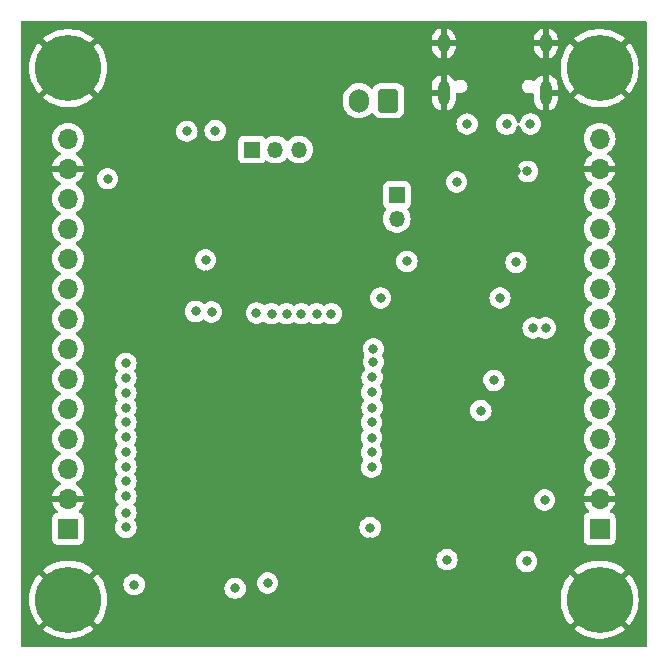
<source format=gbr>
%TF.GenerationSoftware,KiCad,Pcbnew,7.0.11*%
%TF.CreationDate,2024-04-21T20:12:22+02:00*%
%TF.ProjectId,cyberboard,63796265-7262-46f6-9172-642e6b696361,rev?*%
%TF.SameCoordinates,Original*%
%TF.FileFunction,Copper,L2,Inr*%
%TF.FilePolarity,Positive*%
%FSLAX46Y46*%
G04 Gerber Fmt 4.6, Leading zero omitted, Abs format (unit mm)*
G04 Created by KiCad (PCBNEW 7.0.11) date 2024-04-21 20:12:22*
%MOMM*%
%LPD*%
G01*
G04 APERTURE LIST*
G04 Aperture macros list*
%AMRoundRect*
0 Rectangle with rounded corners*
0 $1 Rounding radius*
0 $2 $3 $4 $5 $6 $7 $8 $9 X,Y pos of 4 corners*
0 Add a 4 corners polygon primitive as box body*
4,1,4,$2,$3,$4,$5,$6,$7,$8,$9,$2,$3,0*
0 Add four circle primitives for the rounded corners*
1,1,$1+$1,$2,$3*
1,1,$1+$1,$4,$5*
1,1,$1+$1,$6,$7*
1,1,$1+$1,$8,$9*
0 Add four rect primitives between the rounded corners*
20,1,$1+$1,$2,$3,$4,$5,0*
20,1,$1+$1,$4,$5,$6,$7,0*
20,1,$1+$1,$6,$7,$8,$9,0*
20,1,$1+$1,$8,$9,$2,$3,0*%
G04 Aperture macros list end*
%TA.AperFunction,ComponentPad*%
%ADD10R,1.700000X1.700000*%
%TD*%
%TA.AperFunction,ComponentPad*%
%ADD11O,1.700000X1.700000*%
%TD*%
%TA.AperFunction,ComponentPad*%
%ADD12C,5.600000*%
%TD*%
%TA.AperFunction,ComponentPad*%
%ADD13R,1.350000X1.350000*%
%TD*%
%TA.AperFunction,ComponentPad*%
%ADD14O,1.350000X1.350000*%
%TD*%
%TA.AperFunction,ComponentPad*%
%ADD15RoundRect,0.250000X0.600000X0.750000X-0.600000X0.750000X-0.600000X-0.750000X0.600000X-0.750000X0*%
%TD*%
%TA.AperFunction,ComponentPad*%
%ADD16O,1.700000X2.000000*%
%TD*%
%TA.AperFunction,ComponentPad*%
%ADD17O,1.000000X2.100000*%
%TD*%
%TA.AperFunction,ComponentPad*%
%ADD18O,1.000000X1.600000*%
%TD*%
%TA.AperFunction,ViaPad*%
%ADD19C,0.800000*%
%TD*%
G04 APERTURE END LIST*
D10*
%TO.N,+3.3V*%
%TO.C,J8*%
X161301000Y-118383002D03*
D11*
%TO.N,GND*%
X161301000Y-115843002D03*
%TO.N,/GPIO1_1*%
X161301000Y-113303002D03*
%TO.N,/GPIO1_2*%
X161301000Y-110763002D03*
%TO.N,/GPIO1_3*%
X161301000Y-108223002D03*
%TO.N,/GPIO1_4*%
X161301000Y-105683002D03*
%TO.N,/GPIO1_5*%
X161301000Y-103143002D03*
%TO.N,/GPIO1_6*%
X161301000Y-100603002D03*
%TO.N,/GPIO1_7*%
X161301000Y-98063002D03*
%TO.N,/GPIO1_8*%
X161301000Y-95523002D03*
%TO.N,/GPIO1_9*%
X161301000Y-92983002D03*
%TO.N,/GPIO1_10*%
X161301000Y-90443002D03*
%TO.N,GND*%
X161301000Y-87903002D03*
%TO.N,+5V*%
X161301000Y-85363002D03*
%TD*%
D12*
%TO.N,GND*%
%TO.C,H4*%
X116301000Y-124383002D03*
%TD*%
D13*
%TO.N,/Power/5V_PDB*%
%TO.C,JP1*%
X131851000Y-86283002D03*
D14*
%TO.N,+5V*%
X133851000Y-86283002D03*
%TO.N,/Power/5V_USB*%
X135851000Y-86283002D03*
%TD*%
D15*
%TO.N,Net-(J1-Pin_1)*%
%TO.C,J1*%
X143423000Y-82139002D03*
D16*
%TO.N,Net-(J1-Pin_2)*%
X140923000Y-82139002D03*
%TD*%
D10*
%TO.N,+3.3V*%
%TO.C,J4*%
X116301000Y-118383002D03*
D11*
%TO.N,GND*%
X116301000Y-115843002D03*
%TO.N,/GPIO2_1*%
X116301000Y-113303002D03*
%TO.N,/GPIO2_2*%
X116301000Y-110763002D03*
%TO.N,/GPIO2_3*%
X116301000Y-108223002D03*
%TO.N,/GPIO2_4*%
X116301000Y-105683002D03*
%TO.N,/GPIO2_5*%
X116301000Y-103143002D03*
%TO.N,/GPIO2_6*%
X116301000Y-100603002D03*
%TO.N,/GPIO2_7*%
X116301000Y-98063002D03*
%TO.N,/GPIO2_8*%
X116301000Y-95523002D03*
%TO.N,/GPIO2_9*%
X116301000Y-92983002D03*
%TO.N,/GPIO2_10*%
X116301000Y-90443002D03*
%TO.N,GND*%
X116301000Y-87903002D03*
%TO.N,+5V*%
X116301000Y-85363002D03*
%TD*%
D13*
%TO.N,Net-(JP3-A)*%
%TO.C,JP3*%
X144123000Y-90139002D03*
D14*
%TO.N,Net-(J1-Pin_1)*%
X144123000Y-92139002D03*
%TD*%
D12*
%TO.N,GND*%
%TO.C,H2*%
X161301000Y-124383002D03*
%TD*%
%TO.N,GND*%
%TO.C,H3*%
X161301000Y-79383002D03*
%TD*%
%TO.N,GND*%
%TO.C,H1*%
X116301000Y-79383002D03*
%TD*%
D17*
%TO.N,GND*%
%TO.C,J2*%
X156743000Y-81469002D03*
D18*
X156743000Y-77289002D03*
D17*
X148103000Y-81469002D03*
D18*
X148103000Y-77289002D03*
%TD*%
D19*
%TO.N,GND*%
X133096000Y-114681750D03*
X130246000Y-111781750D03*
X133146000Y-109031750D03*
X142196000Y-85131750D03*
X132446000Y-94631750D03*
X127946000Y-96881750D03*
X154196000Y-88131750D03*
X148446000Y-84131750D03*
%TO.N,/USB_P*%
X155671000Y-101381750D03*
%TO.N,/USB_N*%
X156721000Y-101381750D03*
%TO.N,+3.3V*%
X127946000Y-95631750D03*
%TO.N,/GPIO2_1*%
X121196000Y-115631750D03*
%TO.N,/GPIO2_2*%
X121196000Y-114381750D03*
%TO.N,/GPIO2_3*%
X121196000Y-113131750D03*
%TO.N,/GPIO2_4*%
X121196000Y-111881750D03*
%TO.N,/GPIO2_5*%
X121196000Y-110631750D03*
%TO.N,/GPIO2_6*%
X121196000Y-109381750D03*
%TO.N,/GPIO2_7*%
X121196000Y-108131750D03*
%TO.N,/GPIO2_8*%
X121196000Y-106881750D03*
%TO.N,/GPIO2_9*%
X121196000Y-105631750D03*
%TO.N,/GPIO2_10*%
X121196000Y-104381750D03*
%TO.N,GND*%
X133081000Y-126753002D03*
X121196000Y-119559002D03*
X138446000Y-88631750D03*
X141896000Y-119531750D03*
X151246000Y-106381750D03*
X148123000Y-93789002D03*
X131401000Y-90904002D03*
X119643000Y-86963002D03*
X151146000Y-111381750D03*
X130471000Y-126703002D03*
X157196000Y-84131750D03*
X144096000Y-101731750D03*
X144761000Y-126878002D03*
X135946000Y-111831750D03*
X151051000Y-89033002D03*
X123573000Y-84633002D03*
%TO.N,+3.3V*%
X154223000Y-95839002D03*
X119643000Y-88763002D03*
X121891000Y-123123002D03*
X156651000Y-115950498D03*
X144981000Y-95753002D03*
X151246000Y-108381750D03*
X155128000Y-121157750D03*
X141873000Y-118289002D03*
X149201000Y-89033002D03*
X148378000Y-121007750D03*
%TO.N,/GPIO_LED*%
X130446000Y-123431750D03*
X121196000Y-118281750D03*
%TO.N,/Power/5V_USB*%
X155446000Y-84131750D03*
X153431480Y-84142082D03*
X150081874Y-84131750D03*
%TO.N,/Power/5V_PDB*%
X155196000Y-88131750D03*
%TO.N,/GPIO_ACTION*%
X133196000Y-122981750D03*
X121196000Y-117031750D03*
%TO.N,/IMU_CS*%
X141996000Y-106831750D03*
X152346000Y-105831750D03*
%TO.N,/USB_P*%
X142146000Y-103158002D03*
%TO.N,/USB_N*%
X142146000Y-104281750D03*
%TO.N,/I2C_SCL*%
X128446000Y-100031750D03*
X128751000Y-84683002D03*
%TO.N,/I2C_SDA*%
X126351000Y-84733002D03*
X127096000Y-99981750D03*
%TO.N,/GPIO1_1*%
X141996000Y-113181750D03*
%TO.N,/GPIO1_2*%
X141996000Y-111931750D03*
%TO.N,/GPIO1_3*%
X141996000Y-110681750D03*
%TO.N,/GPIO1_4*%
X141996000Y-109381750D03*
%TO.N,/IMU_SDA*%
X142751000Y-98863002D03*
X137346000Y-100181750D03*
%TO.N,/IMU_SCL*%
X152871000Y-98853002D03*
X138596000Y-100181750D03*
%TO.N,/GPIO1_5*%
X142046000Y-108131750D03*
%TO.N,/GPIO1_6*%
X142046000Y-105581750D03*
%TO.N,/GPIO1_7*%
X136046000Y-100181750D03*
%TO.N,/GPIO1_8*%
X134796000Y-100181750D03*
%TO.N,/GPIO1_9*%
X133546000Y-100181750D03*
%TO.N,/GPIO1_10*%
X132246000Y-100131750D03*
%TD*%
%TA.AperFunction,Conductor*%
%TO.N,GND*%
G36*
X165197094Y-75432913D02*
G01*
X165264114Y-75452661D01*
X165309819Y-75505508D01*
X165320976Y-75556936D01*
X165311023Y-128289071D01*
X165291326Y-128356107D01*
X165238513Y-128401852D01*
X165187070Y-128413048D01*
X112405093Y-128432955D01*
X112338046Y-128413296D01*
X112292271Y-128360509D01*
X112281046Y-128308911D01*
X112282526Y-124383004D01*
X112996153Y-124383004D01*
X113015526Y-124740316D01*
X113015527Y-124740333D01*
X113073415Y-125093433D01*
X113073421Y-125093459D01*
X113169147Y-125438234D01*
X113169149Y-125438241D01*
X113301597Y-125770661D01*
X113301606Y-125770679D01*
X113469218Y-126086829D01*
X113670024Y-126382996D01*
X113670035Y-126383010D01*
X113797441Y-126533004D01*
X113797442Y-126533004D01*
X115003265Y-125327181D01*
X115166130Y-125517872D01*
X115356819Y-125680735D01*
X114148257Y-126889296D01*
X114161495Y-126901838D01*
X114446367Y-127118390D01*
X114446370Y-127118392D01*
X114752990Y-127302878D01*
X115077739Y-127453124D01*
X115077744Y-127453125D01*
X115416855Y-127567385D01*
X115766339Y-127644313D01*
X116122075Y-127683001D01*
X116122085Y-127683002D01*
X116479915Y-127683002D01*
X116479924Y-127683001D01*
X116835660Y-127644313D01*
X117185144Y-127567385D01*
X117524255Y-127453125D01*
X117524260Y-127453124D01*
X117849009Y-127302878D01*
X118155629Y-127118392D01*
X118155632Y-127118390D01*
X118440509Y-126901833D01*
X118453742Y-126889297D01*
X118453742Y-126889296D01*
X117245181Y-125680735D01*
X117435870Y-125517872D01*
X117598733Y-125327182D01*
X118804556Y-126533004D01*
X118931972Y-126383000D01*
X118931975Y-126382996D01*
X119132781Y-126086829D01*
X119300393Y-125770679D01*
X119300402Y-125770661D01*
X119432850Y-125438241D01*
X119432852Y-125438234D01*
X119528578Y-125093459D01*
X119528584Y-125093433D01*
X119586472Y-124740333D01*
X119586473Y-124740316D01*
X119605847Y-124383004D01*
X157996153Y-124383004D01*
X158015526Y-124740316D01*
X158015527Y-124740333D01*
X158073415Y-125093433D01*
X158073421Y-125093459D01*
X158169147Y-125438234D01*
X158169149Y-125438241D01*
X158301597Y-125770661D01*
X158301606Y-125770679D01*
X158469218Y-126086829D01*
X158670024Y-126382996D01*
X158670035Y-126383010D01*
X158797441Y-126533004D01*
X158797442Y-126533004D01*
X160003265Y-125327181D01*
X160166130Y-125517872D01*
X160356819Y-125680735D01*
X159148257Y-126889296D01*
X159161495Y-126901838D01*
X159446367Y-127118390D01*
X159446370Y-127118392D01*
X159752990Y-127302878D01*
X160077739Y-127453124D01*
X160077744Y-127453125D01*
X160416855Y-127567385D01*
X160766339Y-127644313D01*
X161122075Y-127683001D01*
X161122085Y-127683002D01*
X161479915Y-127683002D01*
X161479924Y-127683001D01*
X161835660Y-127644313D01*
X162185144Y-127567385D01*
X162524255Y-127453125D01*
X162524260Y-127453124D01*
X162849009Y-127302878D01*
X163155629Y-127118392D01*
X163155632Y-127118390D01*
X163440509Y-126901833D01*
X163453742Y-126889297D01*
X163453742Y-126889296D01*
X162245181Y-125680735D01*
X162435870Y-125517872D01*
X162598733Y-125327182D01*
X163804556Y-126533004D01*
X163931972Y-126383000D01*
X163931975Y-126382996D01*
X164132781Y-126086829D01*
X164300393Y-125770679D01*
X164300402Y-125770661D01*
X164432850Y-125438241D01*
X164432852Y-125438234D01*
X164528578Y-125093459D01*
X164528584Y-125093433D01*
X164586472Y-124740333D01*
X164586473Y-124740316D01*
X164605847Y-124383004D01*
X164605847Y-124382999D01*
X164586473Y-124025687D01*
X164586472Y-124025670D01*
X164528584Y-123672570D01*
X164528578Y-123672544D01*
X164432852Y-123327769D01*
X164432850Y-123327762D01*
X164300402Y-122995342D01*
X164300393Y-122995324D01*
X164132781Y-122679174D01*
X163931975Y-122383007D01*
X163931964Y-122382993D01*
X163804556Y-122232998D01*
X162598733Y-123438820D01*
X162435870Y-123248132D01*
X162245180Y-123085268D01*
X163453742Y-121876706D01*
X163440504Y-121864165D01*
X163155632Y-121647613D01*
X163155629Y-121647611D01*
X162849009Y-121463125D01*
X162524260Y-121312879D01*
X162524255Y-121312878D01*
X162185144Y-121198618D01*
X161835660Y-121121690D01*
X161479924Y-121083002D01*
X161122075Y-121083002D01*
X160766339Y-121121690D01*
X160416855Y-121198618D01*
X160077744Y-121312878D01*
X160077739Y-121312879D01*
X159752990Y-121463125D01*
X159446370Y-121647611D01*
X159446367Y-121647613D01*
X159161486Y-121864172D01*
X159161485Y-121864173D01*
X159148257Y-121876704D01*
X159148256Y-121876705D01*
X160356819Y-123085268D01*
X160166130Y-123248132D01*
X160003266Y-123438821D01*
X158797442Y-122232997D01*
X158797441Y-122232998D01*
X158670033Y-122382994D01*
X158469218Y-122679174D01*
X158301606Y-122995324D01*
X158301597Y-122995342D01*
X158169149Y-123327762D01*
X158169147Y-123327769D01*
X158073421Y-123672544D01*
X158073415Y-123672570D01*
X158015527Y-124025670D01*
X158015526Y-124025687D01*
X157996153Y-124382999D01*
X157996153Y-124383004D01*
X119605847Y-124383004D01*
X119605847Y-124382999D01*
X119586473Y-124025687D01*
X119586472Y-124025670D01*
X119528584Y-123672570D01*
X119528578Y-123672544D01*
X119432852Y-123327769D01*
X119432850Y-123327762D01*
X119351266Y-123123002D01*
X120985540Y-123123002D01*
X121005326Y-123311258D01*
X121005327Y-123311261D01*
X121063818Y-123491279D01*
X121063821Y-123491286D01*
X121158467Y-123655218D01*
X121258124Y-123765898D01*
X121285129Y-123795890D01*
X121438265Y-123907150D01*
X121438270Y-123907153D01*
X121611192Y-123984144D01*
X121611197Y-123984146D01*
X121796354Y-124023502D01*
X121796355Y-124023502D01*
X121985644Y-124023502D01*
X121985646Y-124023502D01*
X122170803Y-123984146D01*
X122343730Y-123907153D01*
X122496871Y-123795890D01*
X122623533Y-123655218D01*
X122718179Y-123491286D01*
X122737524Y-123431750D01*
X129540540Y-123431750D01*
X129560326Y-123620006D01*
X129560327Y-123620009D01*
X129618818Y-123800027D01*
X129618821Y-123800034D01*
X129713467Y-123963966D01*
X129840129Y-124104638D01*
X129993265Y-124215898D01*
X129993270Y-124215901D01*
X130166192Y-124292892D01*
X130166197Y-124292894D01*
X130351354Y-124332250D01*
X130351355Y-124332250D01*
X130540644Y-124332250D01*
X130540646Y-124332250D01*
X130725803Y-124292894D01*
X130898730Y-124215901D01*
X131051871Y-124104638D01*
X131178533Y-123963966D01*
X131273179Y-123800034D01*
X131331674Y-123620006D01*
X131351460Y-123431750D01*
X131331674Y-123243494D01*
X131273179Y-123063466D01*
X131226000Y-122981750D01*
X132290540Y-122981750D01*
X132310326Y-123170006D01*
X132310327Y-123170009D01*
X132368818Y-123350027D01*
X132368821Y-123350034D01*
X132463467Y-123513966D01*
X132558946Y-123620006D01*
X132590129Y-123654638D01*
X132743265Y-123765898D01*
X132743270Y-123765901D01*
X132916192Y-123842892D01*
X132916197Y-123842894D01*
X133101354Y-123882250D01*
X133101355Y-123882250D01*
X133290644Y-123882250D01*
X133290646Y-123882250D01*
X133475803Y-123842894D01*
X133648730Y-123765901D01*
X133801871Y-123654638D01*
X133928533Y-123513966D01*
X134023179Y-123350034D01*
X134081674Y-123170006D01*
X134101460Y-122981750D01*
X134081674Y-122793494D01*
X134023179Y-122613466D01*
X133928533Y-122449534D01*
X133801871Y-122308862D01*
X133737177Y-122261859D01*
X133648734Y-122197601D01*
X133648729Y-122197598D01*
X133475807Y-122120607D01*
X133475802Y-122120605D01*
X133330001Y-122089615D01*
X133290646Y-122081250D01*
X133101354Y-122081250D01*
X133068897Y-122088148D01*
X132916197Y-122120605D01*
X132916192Y-122120607D01*
X132743270Y-122197598D01*
X132743265Y-122197601D01*
X132590129Y-122308861D01*
X132463466Y-122449535D01*
X132368821Y-122613465D01*
X132368818Y-122613472D01*
X132313735Y-122783002D01*
X132310326Y-122793494D01*
X132290540Y-122981750D01*
X131226000Y-122981750D01*
X131178533Y-122899534D01*
X131051871Y-122758862D01*
X131046176Y-122754724D01*
X130898734Y-122647601D01*
X130898729Y-122647598D01*
X130725807Y-122570607D01*
X130725802Y-122570605D01*
X130580001Y-122539615D01*
X130540646Y-122531250D01*
X130351354Y-122531250D01*
X130318897Y-122538148D01*
X130166197Y-122570605D01*
X130166192Y-122570607D01*
X129993270Y-122647598D01*
X129993265Y-122647601D01*
X129840129Y-122758861D01*
X129713466Y-122899535D01*
X129618821Y-123063465D01*
X129618818Y-123063472D01*
X129560327Y-123243490D01*
X129560326Y-123243494D01*
X129540540Y-123431750D01*
X122737524Y-123431750D01*
X122776674Y-123311258D01*
X122796460Y-123123002D01*
X122776674Y-122934746D01*
X122722112Y-122766825D01*
X122718181Y-122754724D01*
X122718180Y-122754723D01*
X122718179Y-122754718D01*
X122623533Y-122590786D01*
X122496871Y-122450114D01*
X122496073Y-122449534D01*
X122343734Y-122338853D01*
X122343729Y-122338850D01*
X122170807Y-122261859D01*
X122170802Y-122261857D01*
X122025001Y-122230867D01*
X121985646Y-122222502D01*
X121796354Y-122222502D01*
X121763897Y-122229400D01*
X121611197Y-122261857D01*
X121611192Y-122261859D01*
X121438270Y-122338850D01*
X121438265Y-122338853D01*
X121285129Y-122450113D01*
X121158466Y-122590787D01*
X121063821Y-122754717D01*
X121063818Y-122754724D01*
X121005327Y-122934742D01*
X121005326Y-122934746D01*
X120985540Y-123123002D01*
X119351266Y-123123002D01*
X119300402Y-122995342D01*
X119300393Y-122995324D01*
X119132781Y-122679174D01*
X118931975Y-122383007D01*
X118931964Y-122382993D01*
X118804556Y-122232998D01*
X117598733Y-123438820D01*
X117435870Y-123248132D01*
X117245180Y-123085268D01*
X118453742Y-121876706D01*
X118440504Y-121864165D01*
X118155632Y-121647613D01*
X118155629Y-121647611D01*
X117849009Y-121463125D01*
X117524260Y-121312879D01*
X117524255Y-121312878D01*
X117185144Y-121198618D01*
X116835660Y-121121690D01*
X116479924Y-121083002D01*
X116122075Y-121083002D01*
X115766339Y-121121690D01*
X115416855Y-121198618D01*
X115077744Y-121312878D01*
X115077739Y-121312879D01*
X114752990Y-121463125D01*
X114446370Y-121647611D01*
X114446367Y-121647613D01*
X114161486Y-121864172D01*
X114161485Y-121864173D01*
X114148257Y-121876704D01*
X114148256Y-121876705D01*
X115356819Y-123085268D01*
X115166130Y-123248132D01*
X115003266Y-123438821D01*
X113797442Y-122232997D01*
X113797441Y-122232998D01*
X113670033Y-122382994D01*
X113469218Y-122679174D01*
X113301606Y-122995324D01*
X113301597Y-122995342D01*
X113169149Y-123327762D01*
X113169147Y-123327769D01*
X113073421Y-123672544D01*
X113073415Y-123672570D01*
X113015527Y-124025670D01*
X113015526Y-124025687D01*
X112996153Y-124382999D01*
X112996153Y-124383004D01*
X112282526Y-124383004D01*
X112283798Y-121007750D01*
X147472540Y-121007750D01*
X147492326Y-121196006D01*
X147492327Y-121196009D01*
X147550818Y-121376027D01*
X147550821Y-121376034D01*
X147645467Y-121539966D01*
X147742391Y-121647611D01*
X147772129Y-121680638D01*
X147925265Y-121791898D01*
X147925270Y-121791901D01*
X148098192Y-121868892D01*
X148098197Y-121868894D01*
X148283354Y-121908250D01*
X148283355Y-121908250D01*
X148472644Y-121908250D01*
X148472646Y-121908250D01*
X148657803Y-121868894D01*
X148830730Y-121791901D01*
X148983871Y-121680638D01*
X149110533Y-121539966D01*
X149205179Y-121376034D01*
X149263674Y-121196006D01*
X149267695Y-121157750D01*
X154222540Y-121157750D01*
X154242326Y-121346006D01*
X154242327Y-121346009D01*
X154300818Y-121526027D01*
X154300821Y-121526034D01*
X154395467Y-121689966D01*
X154487247Y-121791898D01*
X154522129Y-121830638D01*
X154675265Y-121941898D01*
X154675270Y-121941901D01*
X154848192Y-122018892D01*
X154848197Y-122018894D01*
X155033354Y-122058250D01*
X155033355Y-122058250D01*
X155222644Y-122058250D01*
X155222646Y-122058250D01*
X155407803Y-122018894D01*
X155580730Y-121941901D01*
X155733871Y-121830638D01*
X155860533Y-121689966D01*
X155955179Y-121526034D01*
X156013674Y-121346006D01*
X156033460Y-121157750D01*
X156013674Y-120969494D01*
X155955179Y-120789466D01*
X155860533Y-120625534D01*
X155733871Y-120484862D01*
X155733870Y-120484861D01*
X155580734Y-120373601D01*
X155580729Y-120373598D01*
X155407807Y-120296607D01*
X155407802Y-120296605D01*
X155262001Y-120265615D01*
X155222646Y-120257250D01*
X155033354Y-120257250D01*
X155000897Y-120264148D01*
X154848197Y-120296605D01*
X154848192Y-120296607D01*
X154675270Y-120373598D01*
X154675265Y-120373601D01*
X154522129Y-120484861D01*
X154395466Y-120625535D01*
X154300821Y-120789465D01*
X154300818Y-120789472D01*
X154242327Y-120969490D01*
X154242326Y-120969494D01*
X154222540Y-121157750D01*
X149267695Y-121157750D01*
X149283460Y-121007750D01*
X149263674Y-120819494D01*
X149205179Y-120639466D01*
X149110533Y-120475534D01*
X148983871Y-120334862D01*
X148983870Y-120334861D01*
X148830734Y-120223601D01*
X148830729Y-120223598D01*
X148657807Y-120146607D01*
X148657802Y-120146605D01*
X148512001Y-120115615D01*
X148472646Y-120107250D01*
X148283354Y-120107250D01*
X148250897Y-120114148D01*
X148098197Y-120146605D01*
X148098192Y-120146607D01*
X147925270Y-120223598D01*
X147925265Y-120223601D01*
X147772129Y-120334861D01*
X147645466Y-120475535D01*
X147550821Y-120639465D01*
X147550818Y-120639472D01*
X147492327Y-120819490D01*
X147492326Y-120819494D01*
X147472540Y-121007750D01*
X112283798Y-121007750D01*
X112286703Y-113303002D01*
X114945341Y-113303002D01*
X114965936Y-113538405D01*
X114965938Y-113538415D01*
X115027094Y-113766657D01*
X115027096Y-113766661D01*
X115027097Y-113766665D01*
X115031791Y-113776731D01*
X115126965Y-113980832D01*
X115126967Y-113980836D01*
X115262501Y-114174397D01*
X115262506Y-114174404D01*
X115429597Y-114341495D01*
X115429603Y-114341500D01*
X115615594Y-114471732D01*
X115659219Y-114526309D01*
X115666413Y-114595807D01*
X115634890Y-114658162D01*
X115615595Y-114674882D01*
X115429922Y-114804892D01*
X115429920Y-114804893D01*
X115262891Y-114971922D01*
X115262886Y-114971928D01*
X115127400Y-115165422D01*
X115127399Y-115165424D01*
X115027570Y-115379509D01*
X115027567Y-115379515D01*
X114970364Y-115593001D01*
X114970364Y-115593002D01*
X115867314Y-115593002D01*
X115841507Y-115633158D01*
X115801000Y-115771113D01*
X115801000Y-115914891D01*
X115841507Y-116052846D01*
X115867314Y-116093002D01*
X114970364Y-116093002D01*
X115027567Y-116306488D01*
X115027570Y-116306494D01*
X115127399Y-116520580D01*
X115262894Y-116714084D01*
X115384946Y-116836136D01*
X115418431Y-116897459D01*
X115413447Y-116967151D01*
X115371575Y-117023084D01*
X115340598Y-117039999D01*
X115208671Y-117089204D01*
X115208664Y-117089208D01*
X115093455Y-117175454D01*
X115093452Y-117175457D01*
X115007206Y-117290666D01*
X115007202Y-117290673D01*
X114956908Y-117425519D01*
X114950501Y-117485118D01*
X114950501Y-117485125D01*
X114950500Y-117485137D01*
X114950500Y-119280872D01*
X114950501Y-119280878D01*
X114956908Y-119340485D01*
X115007202Y-119475330D01*
X115007206Y-119475337D01*
X115093452Y-119590546D01*
X115093455Y-119590549D01*
X115208664Y-119676795D01*
X115208671Y-119676799D01*
X115343517Y-119727093D01*
X115343516Y-119727093D01*
X115350444Y-119727837D01*
X115403127Y-119733502D01*
X117198872Y-119733501D01*
X117258483Y-119727093D01*
X117393331Y-119676798D01*
X117508546Y-119590548D01*
X117594796Y-119475333D01*
X117645091Y-119340485D01*
X117651500Y-119280875D01*
X117651499Y-118281750D01*
X120290540Y-118281750D01*
X120310326Y-118470006D01*
X120310327Y-118470009D01*
X120368818Y-118650027D01*
X120368821Y-118650034D01*
X120463467Y-118813966D01*
X120590129Y-118954638D01*
X120743265Y-119065898D01*
X120743270Y-119065901D01*
X120916192Y-119142892D01*
X120916197Y-119142894D01*
X121101354Y-119182250D01*
X121101355Y-119182250D01*
X121290644Y-119182250D01*
X121290646Y-119182250D01*
X121475803Y-119142894D01*
X121648730Y-119065901D01*
X121801871Y-118954638D01*
X121928533Y-118813966D01*
X122023179Y-118650034D01*
X122081674Y-118470006D01*
X122100698Y-118289002D01*
X140967540Y-118289002D01*
X140987326Y-118477258D01*
X140987327Y-118477261D01*
X141045818Y-118657279D01*
X141045821Y-118657286D01*
X141140467Y-118821218D01*
X141260599Y-118954638D01*
X141267129Y-118961890D01*
X141420265Y-119073150D01*
X141420270Y-119073153D01*
X141593192Y-119150144D01*
X141593197Y-119150146D01*
X141778354Y-119189502D01*
X141778355Y-119189502D01*
X141967644Y-119189502D01*
X141967646Y-119189502D01*
X142152803Y-119150146D01*
X142325730Y-119073153D01*
X142478871Y-118961890D01*
X142605533Y-118821218D01*
X142700179Y-118657286D01*
X142758674Y-118477258D01*
X142778460Y-118289002D01*
X142758674Y-118100746D01*
X142700179Y-117920718D01*
X142605533Y-117756786D01*
X142478871Y-117616114D01*
X142466872Y-117607396D01*
X142325734Y-117504853D01*
X142325729Y-117504850D01*
X142152807Y-117427859D01*
X142152802Y-117427857D01*
X142007001Y-117396867D01*
X141967646Y-117388502D01*
X141778354Y-117388502D01*
X141745897Y-117395400D01*
X141593197Y-117427857D01*
X141593192Y-117427859D01*
X141420270Y-117504850D01*
X141420265Y-117504853D01*
X141267129Y-117616113D01*
X141140466Y-117756787D01*
X141045821Y-117920717D01*
X141045818Y-117920724D01*
X140989682Y-118093494D01*
X140987326Y-118100746D01*
X140967540Y-118289002D01*
X122100698Y-118289002D01*
X122101460Y-118281750D01*
X122081674Y-118093494D01*
X122023179Y-117913466D01*
X121928533Y-117749534D01*
X121919698Y-117739722D01*
X121889469Y-117676731D01*
X121898093Y-117607396D01*
X121919699Y-117573777D01*
X121928533Y-117563966D01*
X122023179Y-117400034D01*
X122081674Y-117220006D01*
X122101460Y-117031750D01*
X122081674Y-116843494D01*
X122023179Y-116663466D01*
X121928533Y-116499534D01*
X121852165Y-116414719D01*
X121821937Y-116351731D01*
X121830562Y-116282396D01*
X121852162Y-116248783D01*
X121928533Y-116163966D01*
X122023179Y-116000034D01*
X122039274Y-115950498D01*
X155745540Y-115950498D01*
X155765326Y-116138754D01*
X155765327Y-116138757D01*
X155823818Y-116318775D01*
X155823821Y-116318782D01*
X155918467Y-116482714D01*
X155952562Y-116520580D01*
X156045129Y-116623386D01*
X156198265Y-116734646D01*
X156198270Y-116734649D01*
X156371192Y-116811640D01*
X156371197Y-116811642D01*
X156556354Y-116850998D01*
X156556355Y-116850998D01*
X156745644Y-116850998D01*
X156745646Y-116850998D01*
X156930803Y-116811642D01*
X157103730Y-116734649D01*
X157256871Y-116623386D01*
X157383533Y-116482714D01*
X157478179Y-116318782D01*
X157536674Y-116138754D01*
X157556460Y-115950498D01*
X157536674Y-115762242D01*
X157478179Y-115582214D01*
X157383533Y-115418282D01*
X157256871Y-115277610D01*
X157237412Y-115263472D01*
X157103734Y-115166349D01*
X157103729Y-115166346D01*
X156930807Y-115089355D01*
X156930802Y-115089353D01*
X156785001Y-115058363D01*
X156745646Y-115049998D01*
X156556354Y-115049998D01*
X156523897Y-115056896D01*
X156371197Y-115089353D01*
X156371192Y-115089355D01*
X156198270Y-115166346D01*
X156198265Y-115166349D01*
X156045129Y-115277609D01*
X155918466Y-115418283D01*
X155823821Y-115582213D01*
X155823818Y-115582220D01*
X155765327Y-115762238D01*
X155765326Y-115762242D01*
X155745540Y-115950498D01*
X122039274Y-115950498D01*
X122081674Y-115820006D01*
X122101460Y-115631750D01*
X122081674Y-115443494D01*
X122023179Y-115263466D01*
X121928533Y-115099534D01*
X121919698Y-115089722D01*
X121889469Y-115026731D01*
X121898093Y-114957396D01*
X121919699Y-114923777D01*
X121928533Y-114913966D01*
X122023179Y-114750034D01*
X122081674Y-114570006D01*
X122101460Y-114381750D01*
X122081674Y-114193494D01*
X122023179Y-114013466D01*
X121928533Y-113849534D01*
X121919698Y-113839722D01*
X121889469Y-113776731D01*
X121898093Y-113707396D01*
X121919699Y-113673777D01*
X121928533Y-113663966D01*
X122023179Y-113500034D01*
X122081674Y-113320006D01*
X122096205Y-113181750D01*
X141090540Y-113181750D01*
X141110326Y-113370006D01*
X141110327Y-113370009D01*
X141168818Y-113550027D01*
X141168821Y-113550034D01*
X141263467Y-113713966D01*
X141385533Y-113849534D01*
X141390129Y-113854638D01*
X141543265Y-113965898D01*
X141543270Y-113965901D01*
X141716192Y-114042892D01*
X141716197Y-114042894D01*
X141901354Y-114082250D01*
X141901355Y-114082250D01*
X142090644Y-114082250D01*
X142090646Y-114082250D01*
X142275803Y-114042894D01*
X142448730Y-113965901D01*
X142601871Y-113854638D01*
X142728533Y-113713966D01*
X142823179Y-113550034D01*
X142881674Y-113370006D01*
X142888716Y-113303002D01*
X159945341Y-113303002D01*
X159965936Y-113538405D01*
X159965938Y-113538415D01*
X160027094Y-113766657D01*
X160027096Y-113766661D01*
X160027097Y-113766665D01*
X160031791Y-113776731D01*
X160126965Y-113980832D01*
X160126967Y-113980836D01*
X160262501Y-114174397D01*
X160262506Y-114174404D01*
X160429597Y-114341495D01*
X160429603Y-114341500D01*
X160615594Y-114471732D01*
X160659219Y-114526309D01*
X160666413Y-114595807D01*
X160634890Y-114658162D01*
X160615595Y-114674882D01*
X160429922Y-114804892D01*
X160429920Y-114804893D01*
X160262891Y-114971922D01*
X160262886Y-114971928D01*
X160127400Y-115165422D01*
X160127399Y-115165424D01*
X160027570Y-115379509D01*
X160027567Y-115379515D01*
X159970364Y-115593001D01*
X159970364Y-115593002D01*
X160867314Y-115593002D01*
X160841507Y-115633158D01*
X160801000Y-115771113D01*
X160801000Y-115914891D01*
X160841507Y-116052846D01*
X160867314Y-116093002D01*
X159970364Y-116093002D01*
X160027567Y-116306488D01*
X160027570Y-116306494D01*
X160127399Y-116520580D01*
X160262894Y-116714084D01*
X160384946Y-116836136D01*
X160418431Y-116897459D01*
X160413447Y-116967151D01*
X160371575Y-117023084D01*
X160340598Y-117039999D01*
X160208671Y-117089204D01*
X160208664Y-117089208D01*
X160093455Y-117175454D01*
X160093452Y-117175457D01*
X160007206Y-117290666D01*
X160007202Y-117290673D01*
X159956908Y-117425519D01*
X159950501Y-117485118D01*
X159950501Y-117485125D01*
X159950500Y-117485137D01*
X159950500Y-119280872D01*
X159950501Y-119280878D01*
X159956908Y-119340485D01*
X160007202Y-119475330D01*
X160007206Y-119475337D01*
X160093452Y-119590546D01*
X160093455Y-119590549D01*
X160208664Y-119676795D01*
X160208671Y-119676799D01*
X160343517Y-119727093D01*
X160343516Y-119727093D01*
X160350444Y-119727837D01*
X160403127Y-119733502D01*
X162198872Y-119733501D01*
X162258483Y-119727093D01*
X162393331Y-119676798D01*
X162508546Y-119590548D01*
X162594796Y-119475333D01*
X162645091Y-119340485D01*
X162651500Y-119280875D01*
X162651499Y-117485130D01*
X162645343Y-117427859D01*
X162645091Y-117425518D01*
X162594797Y-117290673D01*
X162594793Y-117290666D01*
X162508547Y-117175457D01*
X162508544Y-117175454D01*
X162393335Y-117089208D01*
X162393328Y-117089204D01*
X162261401Y-117039999D01*
X162205467Y-116998128D01*
X162181050Y-116932664D01*
X162195902Y-116864391D01*
X162217053Y-116836135D01*
X162339108Y-116714080D01*
X162474600Y-116520580D01*
X162574429Y-116306494D01*
X162574432Y-116306488D01*
X162631636Y-116093002D01*
X161734686Y-116093002D01*
X161760493Y-116052846D01*
X161801000Y-115914891D01*
X161801000Y-115771113D01*
X161760493Y-115633158D01*
X161734686Y-115593002D01*
X162631636Y-115593002D01*
X162631635Y-115593001D01*
X162574432Y-115379515D01*
X162574429Y-115379509D01*
X162474600Y-115165424D01*
X162474599Y-115165422D01*
X162339113Y-114971928D01*
X162339108Y-114971922D01*
X162172078Y-114804892D01*
X161986405Y-114674881D01*
X161942780Y-114620304D01*
X161935588Y-114550806D01*
X161967110Y-114488451D01*
X161986406Y-114471732D01*
X162172401Y-114341497D01*
X162339495Y-114174403D01*
X162475035Y-113980832D01*
X162574903Y-113766665D01*
X162636063Y-113538410D01*
X162656659Y-113303002D01*
X162636063Y-113067594D01*
X162574903Y-112839339D01*
X162475035Y-112625173D01*
X162457084Y-112599535D01*
X162339494Y-112431599D01*
X162172402Y-112264508D01*
X162172396Y-112264503D01*
X161986842Y-112134577D01*
X161943217Y-112080000D01*
X161936023Y-112010502D01*
X161967546Y-111948147D01*
X161986842Y-111931427D01*
X162057788Y-111881750D01*
X162172401Y-111801497D01*
X162339495Y-111634403D01*
X162475035Y-111440832D01*
X162574903Y-111226665D01*
X162636063Y-110998410D01*
X162656659Y-110763002D01*
X162636063Y-110527594D01*
X162574903Y-110299339D01*
X162475035Y-110085173D01*
X162472188Y-110081106D01*
X162339494Y-109891599D01*
X162172402Y-109724508D01*
X162172396Y-109724503D01*
X161986842Y-109594577D01*
X161943217Y-109540000D01*
X161936023Y-109470502D01*
X161967546Y-109408147D01*
X161986842Y-109391427D01*
X162009026Y-109375893D01*
X162172401Y-109261497D01*
X162339495Y-109094403D01*
X162475035Y-108900832D01*
X162574903Y-108686665D01*
X162636063Y-108458410D01*
X162656659Y-108223002D01*
X162636063Y-107987594D01*
X162589626Y-107814287D01*
X162574905Y-107759346D01*
X162574904Y-107759345D01*
X162574903Y-107759339D01*
X162475035Y-107545173D01*
X162469283Y-107536957D01*
X162339494Y-107351599D01*
X162172402Y-107184508D01*
X162172396Y-107184503D01*
X161986842Y-107054577D01*
X161943217Y-107000000D01*
X161936023Y-106930502D01*
X161967546Y-106868147D01*
X161986842Y-106851427D01*
X162014944Y-106831750D01*
X162172401Y-106721497D01*
X162339495Y-106554403D01*
X162475035Y-106360832D01*
X162574903Y-106146665D01*
X162636063Y-105918410D01*
X162656659Y-105683002D01*
X162636063Y-105447594D01*
X162574903Y-105219339D01*
X162475035Y-105005173D01*
X162462152Y-104986773D01*
X162339494Y-104811599D01*
X162172402Y-104644508D01*
X162172396Y-104644503D01*
X161986842Y-104514577D01*
X161943217Y-104460000D01*
X161936023Y-104390502D01*
X161967546Y-104328147D01*
X161986842Y-104311427D01*
X162029225Y-104281750D01*
X162172401Y-104181497D01*
X162339495Y-104014403D01*
X162475035Y-103820832D01*
X162574903Y-103606665D01*
X162636063Y-103378410D01*
X162656659Y-103143002D01*
X162636063Y-102907594D01*
X162574903Y-102679339D01*
X162475035Y-102465173D01*
X162411093Y-102373853D01*
X162339494Y-102271599D01*
X162172402Y-102104508D01*
X162172396Y-102104503D01*
X161986842Y-101974577D01*
X161943217Y-101920000D01*
X161936023Y-101850502D01*
X161967546Y-101788147D01*
X161986842Y-101771427D01*
X162017404Y-101750027D01*
X162172401Y-101641497D01*
X162339495Y-101474403D01*
X162475035Y-101280832D01*
X162574903Y-101066665D01*
X162636063Y-100838410D01*
X162656659Y-100603002D01*
X162656226Y-100598058D01*
X162638901Y-100400034D01*
X162636063Y-100367594D01*
X162574903Y-100139339D01*
X162475035Y-99925173D01*
X162417841Y-99843490D01*
X162339494Y-99731599D01*
X162172402Y-99564508D01*
X162172396Y-99564503D01*
X161986842Y-99434577D01*
X161943217Y-99380000D01*
X161936023Y-99310502D01*
X161967546Y-99248147D01*
X161986842Y-99231427D01*
X162073703Y-99170606D01*
X162172401Y-99101497D01*
X162339495Y-98934403D01*
X162475035Y-98740832D01*
X162574903Y-98526665D01*
X162636063Y-98298410D01*
X162656659Y-98063002D01*
X162636063Y-97827594D01*
X162574903Y-97599339D01*
X162475035Y-97385173D01*
X162339495Y-97191601D01*
X162339494Y-97191599D01*
X162172402Y-97024508D01*
X162172396Y-97024503D01*
X161986842Y-96894577D01*
X161943217Y-96840000D01*
X161936023Y-96770502D01*
X161967546Y-96708147D01*
X161986842Y-96691427D01*
X162084351Y-96623150D01*
X162172401Y-96561497D01*
X162339495Y-96394403D01*
X162475035Y-96200832D01*
X162574903Y-95986665D01*
X162636063Y-95758410D01*
X162656659Y-95523002D01*
X162636063Y-95287594D01*
X162574903Y-95059339D01*
X162475035Y-94845173D01*
X162422823Y-94770605D01*
X162339494Y-94651599D01*
X162172402Y-94484508D01*
X162172396Y-94484503D01*
X161986842Y-94354577D01*
X161943217Y-94300000D01*
X161936023Y-94230502D01*
X161967546Y-94168147D01*
X161986842Y-94151427D01*
X162009026Y-94135893D01*
X162172401Y-94021497D01*
X162339495Y-93854403D01*
X162475035Y-93660832D01*
X162574903Y-93446665D01*
X162636063Y-93218410D01*
X162656659Y-92983002D01*
X162636063Y-92747594D01*
X162574903Y-92519339D01*
X162475035Y-92305173D01*
X162358682Y-92139002D01*
X162339494Y-92111599D01*
X162172402Y-91944508D01*
X162172396Y-91944503D01*
X161986842Y-91814577D01*
X161943217Y-91760000D01*
X161936023Y-91690502D01*
X161967546Y-91628147D01*
X161986842Y-91611427D01*
X162009026Y-91595893D01*
X162172401Y-91481497D01*
X162339495Y-91314403D01*
X162475035Y-91120832D01*
X162574903Y-90906665D01*
X162636063Y-90678410D01*
X162656659Y-90443002D01*
X162636063Y-90207594D01*
X162574903Y-89979339D01*
X162475035Y-89765173D01*
X162376288Y-89624146D01*
X162339494Y-89571599D01*
X162172402Y-89404508D01*
X162172401Y-89404507D01*
X161986405Y-89274271D01*
X161942781Y-89219694D01*
X161935588Y-89150195D01*
X161967110Y-89087841D01*
X161986405Y-89071121D01*
X162172082Y-88941107D01*
X162339105Y-88774084D01*
X162474600Y-88580580D01*
X162574429Y-88366494D01*
X162574432Y-88366488D01*
X162631636Y-88153002D01*
X161734686Y-88153002D01*
X161760493Y-88112846D01*
X161801000Y-87974891D01*
X161801000Y-87831113D01*
X161760493Y-87693158D01*
X161734686Y-87653002D01*
X162631636Y-87653002D01*
X162631635Y-87653001D01*
X162574432Y-87439515D01*
X162574429Y-87439509D01*
X162474600Y-87225424D01*
X162474599Y-87225422D01*
X162339113Y-87031928D01*
X162339108Y-87031922D01*
X162172078Y-86864892D01*
X161986405Y-86734881D01*
X161942780Y-86680304D01*
X161935588Y-86610806D01*
X161967110Y-86548451D01*
X161986406Y-86531732D01*
X162031831Y-86499925D01*
X162172401Y-86401497D01*
X162339495Y-86234403D01*
X162475035Y-86040832D01*
X162574903Y-85826665D01*
X162636063Y-85598410D01*
X162656659Y-85363002D01*
X162636063Y-85127594D01*
X162574903Y-84899339D01*
X162475035Y-84685173D01*
X162467421Y-84674298D01*
X162339494Y-84491599D01*
X162172402Y-84324508D01*
X162172395Y-84324503D01*
X162171655Y-84323985D01*
X162086874Y-84264620D01*
X161978834Y-84188969D01*
X161978830Y-84188967D01*
X161896953Y-84150787D01*
X161764663Y-84089099D01*
X161764659Y-84089098D01*
X161764655Y-84089096D01*
X161536413Y-84027940D01*
X161536403Y-84027938D01*
X161301001Y-84007343D01*
X161300999Y-84007343D01*
X161065596Y-84027938D01*
X161065586Y-84027940D01*
X160837344Y-84089096D01*
X160837335Y-84089100D01*
X160623171Y-84188966D01*
X160623169Y-84188967D01*
X160429597Y-84324507D01*
X160262505Y-84491599D01*
X160126965Y-84685171D01*
X160126964Y-84685173D01*
X160027098Y-84899337D01*
X160027094Y-84899346D01*
X159965938Y-85127588D01*
X159965936Y-85127598D01*
X159945341Y-85363001D01*
X159945341Y-85363002D01*
X159965936Y-85598405D01*
X159965938Y-85598415D01*
X160027094Y-85826657D01*
X160027096Y-85826661D01*
X160027097Y-85826665D01*
X160126965Y-86040832D01*
X160126967Y-86040836D01*
X160235281Y-86195523D01*
X160262505Y-86234403D01*
X160429599Y-86401497D01*
X160570161Y-86499920D01*
X160615594Y-86531732D01*
X160659219Y-86586309D01*
X160666413Y-86655807D01*
X160634890Y-86718162D01*
X160615595Y-86734882D01*
X160429922Y-86864892D01*
X160429920Y-86864893D01*
X160262891Y-87031922D01*
X160262886Y-87031928D01*
X160127400Y-87225422D01*
X160127399Y-87225424D01*
X160027570Y-87439509D01*
X160027567Y-87439515D01*
X159970364Y-87653001D01*
X159970364Y-87653002D01*
X160867314Y-87653002D01*
X160841507Y-87693158D01*
X160801000Y-87831113D01*
X160801000Y-87974891D01*
X160841507Y-88112846D01*
X160867314Y-88153002D01*
X159970364Y-88153002D01*
X160027567Y-88366488D01*
X160027570Y-88366494D01*
X160127399Y-88580580D01*
X160262894Y-88774084D01*
X160429917Y-88941107D01*
X160615595Y-89071121D01*
X160659219Y-89125698D01*
X160666412Y-89195197D01*
X160634890Y-89257551D01*
X160615595Y-89274271D01*
X160429594Y-89404510D01*
X160262505Y-89571599D01*
X160126965Y-89765171D01*
X160126964Y-89765173D01*
X160027098Y-89979337D01*
X160027094Y-89979346D01*
X159965938Y-90207588D01*
X159965936Y-90207598D01*
X159945341Y-90443001D01*
X159945341Y-90443002D01*
X159965936Y-90678405D01*
X159965938Y-90678415D01*
X160027094Y-90906657D01*
X160027096Y-90906661D01*
X160027097Y-90906665D01*
X160126965Y-91120832D01*
X160126967Y-91120836D01*
X160162477Y-91171549D01*
X160246537Y-91291599D01*
X160262501Y-91314397D01*
X160262506Y-91314404D01*
X160429597Y-91481495D01*
X160429603Y-91481500D01*
X160615158Y-91611427D01*
X160658783Y-91666004D01*
X160665977Y-91735502D01*
X160634454Y-91797857D01*
X160615158Y-91814577D01*
X160429597Y-91944507D01*
X160262505Y-92111599D01*
X160126965Y-92305171D01*
X160126964Y-92305173D01*
X160027098Y-92519337D01*
X160027094Y-92519346D01*
X159965938Y-92747588D01*
X159965936Y-92747598D01*
X159945341Y-92983001D01*
X159945341Y-92983002D01*
X159965936Y-93218405D01*
X159965938Y-93218415D01*
X160027094Y-93446657D01*
X160027096Y-93446661D01*
X160027097Y-93446665D01*
X160126965Y-93660832D01*
X160126967Y-93660836D01*
X160262501Y-93854397D01*
X160262506Y-93854404D01*
X160429597Y-94021495D01*
X160429603Y-94021500D01*
X160615158Y-94151427D01*
X160658783Y-94206004D01*
X160665977Y-94275502D01*
X160634454Y-94337857D01*
X160615158Y-94354577D01*
X160429597Y-94484507D01*
X160262505Y-94651599D01*
X160126965Y-94845171D01*
X160126964Y-94845173D01*
X160027098Y-95059337D01*
X160027094Y-95059346D01*
X159965938Y-95287588D01*
X159965936Y-95287598D01*
X159945341Y-95523001D01*
X159945341Y-95523002D01*
X159965936Y-95758405D01*
X159965938Y-95758415D01*
X160027094Y-95986657D01*
X160027096Y-95986661D01*
X160027097Y-95986665D01*
X160089869Y-96121279D01*
X160126965Y-96200832D01*
X160126967Y-96200836D01*
X160262501Y-96394397D01*
X160262506Y-96394404D01*
X160429597Y-96561495D01*
X160429603Y-96561500D01*
X160615158Y-96691427D01*
X160658783Y-96746004D01*
X160665977Y-96815502D01*
X160634454Y-96877857D01*
X160615158Y-96894577D01*
X160429597Y-97024507D01*
X160262505Y-97191599D01*
X160126965Y-97385171D01*
X160126964Y-97385173D01*
X160027098Y-97599337D01*
X160027094Y-97599346D01*
X159965938Y-97827588D01*
X159965936Y-97827598D01*
X159945341Y-98063001D01*
X159945341Y-98063002D01*
X159965936Y-98298405D01*
X159965938Y-98298415D01*
X160027094Y-98526657D01*
X160027096Y-98526661D01*
X160027097Y-98526665D01*
X160096147Y-98674742D01*
X160126965Y-98740832D01*
X160126967Y-98740836D01*
X160262501Y-98934397D01*
X160262506Y-98934404D01*
X160429597Y-99101495D01*
X160429603Y-99101500D01*
X160615158Y-99231427D01*
X160658783Y-99286004D01*
X160665977Y-99355502D01*
X160634454Y-99417857D01*
X160615158Y-99434577D01*
X160429597Y-99564507D01*
X160262505Y-99731599D01*
X160126965Y-99925171D01*
X160126964Y-99925173D01*
X160027098Y-100139337D01*
X160027094Y-100139346D01*
X159965938Y-100367588D01*
X159965936Y-100367598D01*
X159945341Y-100603001D01*
X159945341Y-100603002D01*
X159965936Y-100838405D01*
X159965938Y-100838415D01*
X160027094Y-101066657D01*
X160027096Y-101066661D01*
X160027097Y-101066665D01*
X160086237Y-101193490D01*
X160126965Y-101280832D01*
X160126967Y-101280836D01*
X160262501Y-101474397D01*
X160262506Y-101474404D01*
X160429597Y-101641495D01*
X160429603Y-101641500D01*
X160615158Y-101771427D01*
X160658783Y-101826004D01*
X160665977Y-101895502D01*
X160634454Y-101957857D01*
X160615158Y-101974577D01*
X160429597Y-102104507D01*
X160262505Y-102271599D01*
X160126965Y-102465171D01*
X160126964Y-102465173D01*
X160027098Y-102679337D01*
X160027094Y-102679346D01*
X159965938Y-102907588D01*
X159965936Y-102907598D01*
X159945341Y-103143001D01*
X159945341Y-103143002D01*
X159965936Y-103378405D01*
X159965938Y-103378415D01*
X160027094Y-103606657D01*
X160027096Y-103606661D01*
X160027097Y-103606665D01*
X160126965Y-103820832D01*
X160126967Y-103820836D01*
X160262501Y-104014397D01*
X160262506Y-104014404D01*
X160429597Y-104181495D01*
X160429603Y-104181500D01*
X160615158Y-104311427D01*
X160658783Y-104366004D01*
X160665977Y-104435502D01*
X160634454Y-104497857D01*
X160615158Y-104514577D01*
X160429597Y-104644507D01*
X160262505Y-104811599D01*
X160126965Y-105005171D01*
X160126964Y-105005173D01*
X160027098Y-105219337D01*
X160027094Y-105219346D01*
X159965938Y-105447588D01*
X159965936Y-105447598D01*
X159945341Y-105683001D01*
X159945341Y-105683002D01*
X159965936Y-105918405D01*
X159965938Y-105918415D01*
X160027094Y-106146657D01*
X160027096Y-106146661D01*
X160027097Y-106146665D01*
X160098381Y-106299534D01*
X160126965Y-106360832D01*
X160126967Y-106360836D01*
X160262501Y-106554397D01*
X160262506Y-106554404D01*
X160429597Y-106721495D01*
X160429603Y-106721500D01*
X160615158Y-106851427D01*
X160658783Y-106906004D01*
X160665977Y-106975502D01*
X160634454Y-107037857D01*
X160615158Y-107054577D01*
X160429597Y-107184507D01*
X160262505Y-107351599D01*
X160126965Y-107545171D01*
X160126964Y-107545173D01*
X160027098Y-107759337D01*
X160027094Y-107759346D01*
X159965938Y-107987588D01*
X159965936Y-107987598D01*
X159945341Y-108223001D01*
X159945341Y-108223002D01*
X159965936Y-108458405D01*
X159965938Y-108458415D01*
X160027094Y-108686657D01*
X160027096Y-108686661D01*
X160027097Y-108686665D01*
X160103044Y-108849534D01*
X160126965Y-108900832D01*
X160126967Y-108900836D01*
X160262501Y-109094397D01*
X160262506Y-109094404D01*
X160429597Y-109261495D01*
X160429603Y-109261500D01*
X160615158Y-109391427D01*
X160658783Y-109446004D01*
X160665977Y-109515502D01*
X160634454Y-109577857D01*
X160615158Y-109594577D01*
X160429597Y-109724507D01*
X160262505Y-109891599D01*
X160126965Y-110085171D01*
X160126964Y-110085173D01*
X160027098Y-110299337D01*
X160027094Y-110299346D01*
X159965938Y-110527588D01*
X159965936Y-110527598D01*
X159945341Y-110763001D01*
X159945341Y-110763002D01*
X159965936Y-110998405D01*
X159965938Y-110998415D01*
X160027094Y-111226657D01*
X160027096Y-111226661D01*
X160027097Y-111226665D01*
X160107707Y-111399534D01*
X160126965Y-111440832D01*
X160126967Y-111440836D01*
X160262501Y-111634397D01*
X160262506Y-111634404D01*
X160429597Y-111801495D01*
X160429603Y-111801500D01*
X160615158Y-111931427D01*
X160658783Y-111986004D01*
X160665977Y-112055502D01*
X160634454Y-112117857D01*
X160615158Y-112134577D01*
X160429597Y-112264507D01*
X160262505Y-112431599D01*
X160126965Y-112625171D01*
X160126964Y-112625173D01*
X160027098Y-112839337D01*
X160027094Y-112839346D01*
X159965938Y-113067588D01*
X159965936Y-113067598D01*
X159945341Y-113303001D01*
X159945341Y-113303002D01*
X142888716Y-113303002D01*
X142901460Y-113181750D01*
X142881674Y-112993494D01*
X142823179Y-112813466D01*
X142728533Y-112649534D01*
X142719698Y-112639722D01*
X142689469Y-112576731D01*
X142698093Y-112507396D01*
X142719699Y-112473777D01*
X142728533Y-112463966D01*
X142823179Y-112300034D01*
X142881674Y-112120006D01*
X142901460Y-111931750D01*
X142881674Y-111743494D01*
X142823179Y-111563466D01*
X142728533Y-111399534D01*
X142719698Y-111389722D01*
X142689469Y-111326731D01*
X142698093Y-111257396D01*
X142719699Y-111223777D01*
X142728533Y-111213966D01*
X142823179Y-111050034D01*
X142881674Y-110870006D01*
X142901460Y-110681750D01*
X142881674Y-110493494D01*
X142823179Y-110313466D01*
X142728533Y-110149534D01*
X142697188Y-110114722D01*
X142666958Y-110051731D01*
X142675583Y-109982395D01*
X142697188Y-109948778D01*
X142698915Y-109946859D01*
X142728533Y-109913966D01*
X142823179Y-109750034D01*
X142881674Y-109570006D01*
X142901460Y-109381750D01*
X142881674Y-109193494D01*
X142823179Y-109013466D01*
X142728533Y-108849534D01*
X142728532Y-108849533D01*
X142727833Y-108848322D01*
X142711360Y-108780422D01*
X142734213Y-108714395D01*
X142743064Y-108703357D01*
X142778533Y-108663966D01*
X142873179Y-108500034D01*
X142911612Y-108381750D01*
X150340540Y-108381750D01*
X150360326Y-108570006D01*
X150360327Y-108570009D01*
X150418818Y-108750027D01*
X150418821Y-108750034D01*
X150513467Y-108913966D01*
X150603063Y-109013472D01*
X150640129Y-109054638D01*
X150793265Y-109165898D01*
X150793270Y-109165901D01*
X150966192Y-109242892D01*
X150966197Y-109242894D01*
X151151354Y-109282250D01*
X151151355Y-109282250D01*
X151340644Y-109282250D01*
X151340646Y-109282250D01*
X151525803Y-109242894D01*
X151698730Y-109165901D01*
X151851871Y-109054638D01*
X151978533Y-108913966D01*
X152073179Y-108750034D01*
X152131674Y-108570006D01*
X152151460Y-108381750D01*
X152131674Y-108193494D01*
X152073179Y-108013466D01*
X151978533Y-107849534D01*
X151851871Y-107708862D01*
X151851870Y-107708861D01*
X151698734Y-107597601D01*
X151698729Y-107597598D01*
X151525807Y-107520607D01*
X151525802Y-107520605D01*
X151366630Y-107486773D01*
X151340646Y-107481250D01*
X151151354Y-107481250D01*
X151125370Y-107486773D01*
X150966197Y-107520605D01*
X150966192Y-107520607D01*
X150793270Y-107597598D01*
X150793265Y-107597601D01*
X150640129Y-107708861D01*
X150513466Y-107849535D01*
X150418821Y-108013465D01*
X150418818Y-108013472D01*
X150360327Y-108193490D01*
X150360326Y-108193494D01*
X150340540Y-108381750D01*
X142911612Y-108381750D01*
X142931674Y-108320006D01*
X142951460Y-108131750D01*
X142931674Y-107943494D01*
X142873179Y-107763466D01*
X142778533Y-107599534D01*
X142722185Y-107536954D01*
X142691957Y-107473965D01*
X142700582Y-107404630D01*
X142722191Y-107371008D01*
X142728533Y-107363966D01*
X142823179Y-107200034D01*
X142881674Y-107020006D01*
X142901460Y-106831750D01*
X142881674Y-106643494D01*
X142823179Y-106463466D01*
X142728533Y-106299534D01*
X142728532Y-106299533D01*
X142727833Y-106298322D01*
X142711360Y-106230422D01*
X142734213Y-106164395D01*
X142743064Y-106153357D01*
X142778533Y-106113966D01*
X142873179Y-105950034D01*
X142911612Y-105831750D01*
X151440540Y-105831750D01*
X151460326Y-106020006D01*
X151460327Y-106020009D01*
X151518818Y-106200027D01*
X151518821Y-106200034D01*
X151613467Y-106363966D01*
X151703063Y-106463472D01*
X151740129Y-106504638D01*
X151893265Y-106615898D01*
X151893270Y-106615901D01*
X152066192Y-106692892D01*
X152066197Y-106692894D01*
X152251354Y-106732250D01*
X152251355Y-106732250D01*
X152440644Y-106732250D01*
X152440646Y-106732250D01*
X152625803Y-106692894D01*
X152798730Y-106615901D01*
X152951871Y-106504638D01*
X153078533Y-106363966D01*
X153173179Y-106200034D01*
X153231674Y-106020006D01*
X153251460Y-105831750D01*
X153231674Y-105643494D01*
X153173179Y-105463466D01*
X153078533Y-105299534D01*
X152951871Y-105158862D01*
X152951870Y-105158861D01*
X152798734Y-105047601D01*
X152798729Y-105047598D01*
X152625807Y-104970607D01*
X152625802Y-104970605D01*
X152480001Y-104939615D01*
X152440646Y-104931250D01*
X152251354Y-104931250D01*
X152218897Y-104938148D01*
X152066197Y-104970605D01*
X152066192Y-104970607D01*
X151893270Y-105047598D01*
X151893265Y-105047601D01*
X151740129Y-105158861D01*
X151613466Y-105299535D01*
X151518821Y-105463465D01*
X151518818Y-105463472D01*
X151464142Y-105631750D01*
X151460326Y-105643494D01*
X151440540Y-105831750D01*
X142911612Y-105831750D01*
X142931674Y-105770006D01*
X142951460Y-105581750D01*
X142931674Y-105393494D01*
X142873179Y-105213466D01*
X142794729Y-105077586D01*
X142779779Y-105051692D01*
X142763306Y-104983792D01*
X142786159Y-104917765D01*
X142795003Y-104906735D01*
X142878533Y-104813966D01*
X142973179Y-104650034D01*
X143031674Y-104470006D01*
X143051460Y-104281750D01*
X143031674Y-104093494D01*
X142973179Y-103913466D01*
X142897204Y-103781874D01*
X142880732Y-103713976D01*
X142897204Y-103657878D01*
X142973179Y-103526286D01*
X143031674Y-103346258D01*
X143051460Y-103158002D01*
X143031674Y-102969746D01*
X142973179Y-102789718D01*
X142878533Y-102625786D01*
X142751871Y-102485114D01*
X142751870Y-102485113D01*
X142598734Y-102373853D01*
X142598729Y-102373850D01*
X142425807Y-102296859D01*
X142425802Y-102296857D01*
X142280001Y-102265867D01*
X142240646Y-102257502D01*
X142051354Y-102257502D01*
X142018897Y-102264400D01*
X141866197Y-102296857D01*
X141866192Y-102296859D01*
X141693270Y-102373850D01*
X141693265Y-102373853D01*
X141540129Y-102485113D01*
X141413466Y-102625787D01*
X141318821Y-102789717D01*
X141318818Y-102789724D01*
X141280519Y-102907598D01*
X141260326Y-102969746D01*
X141240540Y-103158002D01*
X141260326Y-103346258D01*
X141260327Y-103346261D01*
X141318818Y-103526279D01*
X141318821Y-103526286D01*
X141394794Y-103657876D01*
X141411267Y-103725777D01*
X141394794Y-103781876D01*
X141318821Y-103913465D01*
X141318818Y-103913472D01*
X141260327Y-104093490D01*
X141260326Y-104093494D01*
X141240540Y-104281750D01*
X141260326Y-104470006D01*
X141260327Y-104470009D01*
X141318818Y-104650027D01*
X141318821Y-104650034D01*
X141412220Y-104811807D01*
X141428693Y-104879708D01*
X141405840Y-104945735D01*
X141396983Y-104956779D01*
X141313466Y-105049534D01*
X141218821Y-105213465D01*
X141218818Y-105213472D01*
X141190855Y-105299535D01*
X141160326Y-105393494D01*
X141140540Y-105581750D01*
X141160326Y-105770006D01*
X141160327Y-105770009D01*
X141218818Y-105950027D01*
X141218823Y-105950039D01*
X141314165Y-106115177D01*
X141330638Y-106183077D01*
X141307785Y-106249104D01*
X141298929Y-106260147D01*
X141263470Y-106299528D01*
X141263465Y-106299535D01*
X141168821Y-106463465D01*
X141168818Y-106463472D01*
X141110327Y-106643490D01*
X141110326Y-106643494D01*
X141090540Y-106831750D01*
X141110326Y-107020006D01*
X141110327Y-107020009D01*
X141168818Y-107200027D01*
X141168821Y-107200034D01*
X141263466Y-107363965D01*
X141319811Y-107426543D01*
X141350041Y-107489535D01*
X141341415Y-107558870D01*
X141319815Y-107592482D01*
X141313472Y-107599526D01*
X141313464Y-107599537D01*
X141218821Y-107763465D01*
X141218818Y-107763472D01*
X141190855Y-107849535D01*
X141160326Y-107943494D01*
X141140540Y-108131750D01*
X141160326Y-108320006D01*
X141160327Y-108320009D01*
X141218818Y-108500027D01*
X141218823Y-108500039D01*
X141314165Y-108665177D01*
X141330638Y-108733077D01*
X141307785Y-108799104D01*
X141298929Y-108810147D01*
X141263470Y-108849528D01*
X141263465Y-108849535D01*
X141168821Y-109013465D01*
X141168818Y-109013472D01*
X141110327Y-109193490D01*
X141110326Y-109193494D01*
X141090540Y-109381750D01*
X141110326Y-109570006D01*
X141110327Y-109570009D01*
X141168818Y-109750027D01*
X141168821Y-109750034D01*
X141263467Y-109913966D01*
X141280082Y-109932419D01*
X141294812Y-109948779D01*
X141325041Y-110011771D01*
X141316415Y-110081106D01*
X141294812Y-110114721D01*
X141263466Y-110149535D01*
X141168821Y-110313465D01*
X141168818Y-110313472D01*
X141126573Y-110443490D01*
X141110326Y-110493494D01*
X141090540Y-110681750D01*
X141110326Y-110870006D01*
X141110327Y-110870009D01*
X141168818Y-111050027D01*
X141168821Y-111050034D01*
X141263467Y-111213966D01*
X141269096Y-111220217D01*
X141272304Y-111223781D01*
X141302531Y-111286773D01*
X141293904Y-111356108D01*
X141272304Y-111389719D01*
X141263466Y-111399535D01*
X141168821Y-111563465D01*
X141168818Y-111563472D01*
X141126573Y-111693490D01*
X141110326Y-111743494D01*
X141090540Y-111931750D01*
X141110326Y-112120006D01*
X141110327Y-112120009D01*
X141168818Y-112300027D01*
X141168821Y-112300034D01*
X141263467Y-112463966D01*
X141269096Y-112470217D01*
X141272304Y-112473781D01*
X141302531Y-112536773D01*
X141293904Y-112606108D01*
X141272304Y-112639719D01*
X141263466Y-112649535D01*
X141168821Y-112813465D01*
X141168818Y-112813472D01*
X141126573Y-112943490D01*
X141110326Y-112993494D01*
X141090540Y-113181750D01*
X122096205Y-113181750D01*
X122101460Y-113131750D01*
X122081674Y-112943494D01*
X122023179Y-112763466D01*
X121928533Y-112599534D01*
X121919698Y-112589722D01*
X121889469Y-112526731D01*
X121898093Y-112457396D01*
X121919699Y-112423777D01*
X121928533Y-112413966D01*
X122023179Y-112250034D01*
X122081674Y-112070006D01*
X122101460Y-111881750D01*
X122081674Y-111693494D01*
X122023179Y-111513466D01*
X121928533Y-111349534D01*
X121919698Y-111339722D01*
X121889469Y-111276731D01*
X121898093Y-111207396D01*
X121919699Y-111173777D01*
X121928533Y-111163966D01*
X122023179Y-111000034D01*
X122081674Y-110820006D01*
X122101460Y-110631750D01*
X122081674Y-110443494D01*
X122023179Y-110263466D01*
X121928533Y-110099534D01*
X121919698Y-110089722D01*
X121889469Y-110026731D01*
X121898093Y-109957396D01*
X121919699Y-109923777D01*
X121928533Y-109913966D01*
X122023179Y-109750034D01*
X122081674Y-109570006D01*
X122101460Y-109381750D01*
X122081674Y-109193494D01*
X122023179Y-109013466D01*
X121928533Y-108849534D01*
X121919698Y-108839722D01*
X121889469Y-108776731D01*
X121898093Y-108707396D01*
X121919699Y-108673777D01*
X121928533Y-108663966D01*
X122023179Y-108500034D01*
X122081674Y-108320006D01*
X122101460Y-108131750D01*
X122081674Y-107943494D01*
X122023179Y-107763466D01*
X121928533Y-107599534D01*
X121919698Y-107589722D01*
X121889469Y-107526731D01*
X121898093Y-107457396D01*
X121919699Y-107423777D01*
X121928533Y-107413966D01*
X122023179Y-107250034D01*
X122081674Y-107070006D01*
X122101460Y-106881750D01*
X122081674Y-106693494D01*
X122023179Y-106513466D01*
X121928533Y-106349534D01*
X121919698Y-106339722D01*
X121889469Y-106276731D01*
X121898093Y-106207396D01*
X121919699Y-106173777D01*
X121928533Y-106163966D01*
X122023179Y-106000034D01*
X122081674Y-105820006D01*
X122101460Y-105631750D01*
X122081674Y-105443494D01*
X122023179Y-105263466D01*
X121928533Y-105099534D01*
X121919698Y-105089722D01*
X121889469Y-105026731D01*
X121898093Y-104957396D01*
X121919699Y-104923777D01*
X121925112Y-104917765D01*
X121928533Y-104913966D01*
X122023179Y-104750034D01*
X122081674Y-104570006D01*
X122101460Y-104381750D01*
X122081674Y-104193494D01*
X122023179Y-104013466D01*
X121928533Y-103849534D01*
X121801871Y-103708862D01*
X121731695Y-103657876D01*
X121648734Y-103597601D01*
X121648729Y-103597598D01*
X121475807Y-103520607D01*
X121475802Y-103520605D01*
X121330001Y-103489615D01*
X121290646Y-103481250D01*
X121101354Y-103481250D01*
X121068897Y-103488148D01*
X120916197Y-103520605D01*
X120916192Y-103520607D01*
X120743270Y-103597598D01*
X120743265Y-103597601D01*
X120590129Y-103708861D01*
X120463466Y-103849535D01*
X120368821Y-104013465D01*
X120368818Y-104013472D01*
X120314224Y-104181497D01*
X120310326Y-104193494D01*
X120290540Y-104381750D01*
X120310326Y-104570006D01*
X120310327Y-104570009D01*
X120368818Y-104750027D01*
X120368821Y-104750034D01*
X120463467Y-104913966D01*
X120466888Y-104917765D01*
X120472304Y-104923781D01*
X120502531Y-104986773D01*
X120493904Y-105056108D01*
X120472304Y-105089719D01*
X120463466Y-105099535D01*
X120368821Y-105263465D01*
X120368818Y-105263472D01*
X120326573Y-105393490D01*
X120310326Y-105443494D01*
X120290540Y-105631750D01*
X120310326Y-105820006D01*
X120310327Y-105820009D01*
X120368818Y-106000027D01*
X120368821Y-106000034D01*
X120463467Y-106163966D01*
X120469096Y-106170217D01*
X120472304Y-106173781D01*
X120502531Y-106236773D01*
X120493904Y-106306108D01*
X120472304Y-106339719D01*
X120463466Y-106349535D01*
X120368821Y-106513465D01*
X120368818Y-106513472D01*
X120310521Y-106692894D01*
X120310326Y-106693494D01*
X120290540Y-106881750D01*
X120310326Y-107070006D01*
X120310327Y-107070009D01*
X120368818Y-107250027D01*
X120368821Y-107250034D01*
X120463467Y-107413966D01*
X120469096Y-107420217D01*
X120472304Y-107423781D01*
X120502531Y-107486773D01*
X120493904Y-107556108D01*
X120472304Y-107589719D01*
X120463466Y-107599535D01*
X120368821Y-107763465D01*
X120368818Y-107763472D01*
X120340855Y-107849535D01*
X120310326Y-107943494D01*
X120290540Y-108131750D01*
X120310326Y-108320006D01*
X120310327Y-108320009D01*
X120368818Y-108500027D01*
X120368821Y-108500034D01*
X120463467Y-108663966D01*
X120469096Y-108670217D01*
X120472304Y-108673781D01*
X120502531Y-108736773D01*
X120493904Y-108806108D01*
X120472304Y-108839719D01*
X120463466Y-108849535D01*
X120368821Y-109013465D01*
X120368818Y-109013472D01*
X120310327Y-109193490D01*
X120310326Y-109193494D01*
X120290540Y-109381750D01*
X120310326Y-109570006D01*
X120310327Y-109570009D01*
X120368818Y-109750027D01*
X120368821Y-109750034D01*
X120463467Y-109913966D01*
X120469096Y-109920217D01*
X120472304Y-109923781D01*
X120502531Y-109986773D01*
X120493904Y-110056108D01*
X120472304Y-110089719D01*
X120463466Y-110099535D01*
X120368821Y-110263465D01*
X120368818Y-110263472D01*
X120310327Y-110443490D01*
X120310326Y-110443494D01*
X120290540Y-110631750D01*
X120310326Y-110820006D01*
X120310327Y-110820009D01*
X120368818Y-111000027D01*
X120368821Y-111000034D01*
X120463467Y-111163966D01*
X120469096Y-111170217D01*
X120472304Y-111173781D01*
X120502531Y-111236773D01*
X120493904Y-111306108D01*
X120472304Y-111339719D01*
X120463466Y-111349535D01*
X120368821Y-111513465D01*
X120368818Y-111513472D01*
X120310327Y-111693490D01*
X120310326Y-111693494D01*
X120290540Y-111881750D01*
X120310326Y-112070006D01*
X120310327Y-112070009D01*
X120368818Y-112250027D01*
X120368821Y-112250034D01*
X120463467Y-112413966D01*
X120469096Y-112420217D01*
X120472304Y-112423781D01*
X120502531Y-112486773D01*
X120493904Y-112556108D01*
X120472304Y-112589719D01*
X120463466Y-112599535D01*
X120368821Y-112763465D01*
X120368818Y-112763472D01*
X120310327Y-112943490D01*
X120310326Y-112943494D01*
X120290540Y-113131750D01*
X120310326Y-113320006D01*
X120310327Y-113320009D01*
X120368818Y-113500027D01*
X120368821Y-113500034D01*
X120463467Y-113663966D01*
X120469096Y-113670217D01*
X120472304Y-113673781D01*
X120502531Y-113736773D01*
X120493904Y-113806108D01*
X120472304Y-113839719D01*
X120463466Y-113849535D01*
X120368821Y-114013465D01*
X120368818Y-114013472D01*
X120310327Y-114193490D01*
X120310326Y-114193494D01*
X120290540Y-114381750D01*
X120310326Y-114570006D01*
X120310327Y-114570009D01*
X120368818Y-114750027D01*
X120368821Y-114750034D01*
X120463467Y-114913966D01*
X120469096Y-114920217D01*
X120472304Y-114923781D01*
X120502531Y-114986773D01*
X120493904Y-115056108D01*
X120472304Y-115089719D01*
X120463466Y-115099535D01*
X120368821Y-115263465D01*
X120368818Y-115263472D01*
X120310327Y-115443490D01*
X120310326Y-115443494D01*
X120290540Y-115631750D01*
X120310326Y-115820006D01*
X120310327Y-115820009D01*
X120368818Y-116000027D01*
X120368821Y-116000034D01*
X120463464Y-116163962D01*
X120463465Y-116163964D01*
X120463467Y-116163966D01*
X120472322Y-116173800D01*
X120539832Y-116248778D01*
X120570061Y-116311770D01*
X120561435Y-116381105D01*
X120539832Y-116414722D01*
X120463464Y-116499537D01*
X120368821Y-116663465D01*
X120368818Y-116663472D01*
X120310327Y-116843490D01*
X120310326Y-116843494D01*
X120290540Y-117031750D01*
X120310326Y-117220006D01*
X120310327Y-117220009D01*
X120368818Y-117400027D01*
X120368821Y-117400034D01*
X120463467Y-117563966D01*
X120469096Y-117570217D01*
X120472304Y-117573781D01*
X120502531Y-117636773D01*
X120493904Y-117706108D01*
X120472304Y-117739719D01*
X120463466Y-117749535D01*
X120368821Y-117913465D01*
X120368818Y-117913472D01*
X120310327Y-118093490D01*
X120310326Y-118093494D01*
X120290540Y-118281750D01*
X117651499Y-118281750D01*
X117651499Y-117485130D01*
X117645343Y-117427859D01*
X117645091Y-117425518D01*
X117594797Y-117290673D01*
X117594793Y-117290666D01*
X117508547Y-117175457D01*
X117508544Y-117175454D01*
X117393335Y-117089208D01*
X117393328Y-117089204D01*
X117261401Y-117039999D01*
X117205467Y-116998128D01*
X117181050Y-116932664D01*
X117195902Y-116864391D01*
X117217053Y-116836135D01*
X117339108Y-116714080D01*
X117474600Y-116520580D01*
X117574429Y-116306494D01*
X117574432Y-116306488D01*
X117631636Y-116093002D01*
X116734686Y-116093002D01*
X116760493Y-116052846D01*
X116801000Y-115914891D01*
X116801000Y-115771113D01*
X116760493Y-115633158D01*
X116734686Y-115593002D01*
X117631636Y-115593002D01*
X117631635Y-115593001D01*
X117574432Y-115379515D01*
X117574429Y-115379509D01*
X117474600Y-115165424D01*
X117474599Y-115165422D01*
X117339113Y-114971928D01*
X117339108Y-114971922D01*
X117172078Y-114804892D01*
X116986405Y-114674881D01*
X116942780Y-114620304D01*
X116935588Y-114550806D01*
X116967110Y-114488451D01*
X116986406Y-114471732D01*
X117172401Y-114341497D01*
X117339495Y-114174403D01*
X117475035Y-113980832D01*
X117574903Y-113766665D01*
X117636063Y-113538410D01*
X117656659Y-113303002D01*
X117636063Y-113067594D01*
X117574903Y-112839339D01*
X117475035Y-112625173D01*
X117457084Y-112599535D01*
X117339494Y-112431599D01*
X117172402Y-112264508D01*
X117172396Y-112264503D01*
X116986842Y-112134577D01*
X116943217Y-112080000D01*
X116936023Y-112010502D01*
X116967546Y-111948147D01*
X116986842Y-111931427D01*
X117057788Y-111881750D01*
X117172401Y-111801497D01*
X117339495Y-111634403D01*
X117475035Y-111440832D01*
X117574903Y-111226665D01*
X117636063Y-110998410D01*
X117656659Y-110763002D01*
X117636063Y-110527594D01*
X117574903Y-110299339D01*
X117475035Y-110085173D01*
X117472188Y-110081106D01*
X117339494Y-109891599D01*
X117172402Y-109724508D01*
X117172396Y-109724503D01*
X116986842Y-109594577D01*
X116943217Y-109540000D01*
X116936023Y-109470502D01*
X116967546Y-109408147D01*
X116986842Y-109391427D01*
X117009026Y-109375893D01*
X117172401Y-109261497D01*
X117339495Y-109094403D01*
X117475035Y-108900832D01*
X117574903Y-108686665D01*
X117636063Y-108458410D01*
X117656659Y-108223002D01*
X117636063Y-107987594D01*
X117589626Y-107814287D01*
X117574905Y-107759346D01*
X117574904Y-107759345D01*
X117574903Y-107759339D01*
X117475035Y-107545173D01*
X117469283Y-107536957D01*
X117339494Y-107351599D01*
X117172402Y-107184508D01*
X117172396Y-107184503D01*
X116986842Y-107054577D01*
X116943217Y-107000000D01*
X116936023Y-106930502D01*
X116967546Y-106868147D01*
X116986842Y-106851427D01*
X117014944Y-106831750D01*
X117172401Y-106721497D01*
X117339495Y-106554403D01*
X117475035Y-106360832D01*
X117574903Y-106146665D01*
X117636063Y-105918410D01*
X117656659Y-105683002D01*
X117636063Y-105447594D01*
X117574903Y-105219339D01*
X117475035Y-105005173D01*
X117462152Y-104986773D01*
X117339494Y-104811599D01*
X117172402Y-104644508D01*
X117172396Y-104644503D01*
X116986842Y-104514577D01*
X116943217Y-104460000D01*
X116936023Y-104390502D01*
X116967546Y-104328147D01*
X116986842Y-104311427D01*
X117029225Y-104281750D01*
X117172401Y-104181497D01*
X117339495Y-104014403D01*
X117475035Y-103820832D01*
X117574903Y-103606665D01*
X117636063Y-103378410D01*
X117656659Y-103143002D01*
X117636063Y-102907594D01*
X117574903Y-102679339D01*
X117475035Y-102465173D01*
X117411093Y-102373853D01*
X117339494Y-102271599D01*
X117172402Y-102104508D01*
X117172396Y-102104503D01*
X116986842Y-101974577D01*
X116943217Y-101920000D01*
X116936023Y-101850502D01*
X116967546Y-101788147D01*
X116986842Y-101771427D01*
X117017404Y-101750027D01*
X117172401Y-101641497D01*
X117339495Y-101474403D01*
X117404371Y-101381750D01*
X154765540Y-101381750D01*
X154785326Y-101570006D01*
X154785327Y-101570009D01*
X154843818Y-101750027D01*
X154843821Y-101750034D01*
X154938467Y-101913966D01*
X154993042Y-101974577D01*
X155065129Y-102054638D01*
X155218265Y-102165898D01*
X155218270Y-102165901D01*
X155391192Y-102242892D01*
X155391197Y-102242894D01*
X155576354Y-102282250D01*
X155576355Y-102282250D01*
X155765644Y-102282250D01*
X155765646Y-102282250D01*
X155950803Y-102242894D01*
X156123730Y-102165901D01*
X156123738Y-102165894D01*
X156129357Y-102162652D01*
X156130060Y-102163870D01*
X156188919Y-102142868D01*
X156256973Y-102158692D01*
X156267480Y-102165445D01*
X156268265Y-102165897D01*
X156268270Y-102165901D01*
X156371586Y-102211901D01*
X156441192Y-102242892D01*
X156441197Y-102242894D01*
X156626354Y-102282250D01*
X156626355Y-102282250D01*
X156815644Y-102282250D01*
X156815646Y-102282250D01*
X157000803Y-102242894D01*
X157173730Y-102165901D01*
X157326871Y-102054638D01*
X157453533Y-101913966D01*
X157548179Y-101750034D01*
X157606674Y-101570006D01*
X157626460Y-101381750D01*
X157606674Y-101193494D01*
X157548179Y-101013466D01*
X157453533Y-100849534D01*
X157326871Y-100708862D01*
X157321059Y-100704639D01*
X157173734Y-100597601D01*
X157173729Y-100597598D01*
X157000807Y-100520607D01*
X157000802Y-100520605D01*
X156855001Y-100489615D01*
X156815646Y-100481250D01*
X156626354Y-100481250D01*
X156593897Y-100488148D01*
X156441197Y-100520605D01*
X156441192Y-100520607D01*
X156268270Y-100597598D01*
X156262637Y-100600851D01*
X156261934Y-100599633D01*
X156203068Y-100620631D01*
X156135016Y-100604800D01*
X156124526Y-100598058D01*
X156123729Y-100597598D01*
X155950807Y-100520607D01*
X155950802Y-100520605D01*
X155805001Y-100489615D01*
X155765646Y-100481250D01*
X155576354Y-100481250D01*
X155543897Y-100488148D01*
X155391197Y-100520605D01*
X155391192Y-100520607D01*
X155218270Y-100597598D01*
X155218265Y-100597601D01*
X155065129Y-100708861D01*
X154938466Y-100849535D01*
X154843821Y-101013465D01*
X154843818Y-101013472D01*
X154785327Y-101193490D01*
X154785326Y-101193494D01*
X154765540Y-101381750D01*
X117404371Y-101381750D01*
X117475035Y-101280832D01*
X117574903Y-101066665D01*
X117636063Y-100838410D01*
X117656659Y-100603002D01*
X117656226Y-100598058D01*
X117638901Y-100400034D01*
X117636063Y-100367594D01*
X117574903Y-100139339D01*
X117501417Y-99981750D01*
X126190540Y-99981750D01*
X126210326Y-100170006D01*
X126210327Y-100170009D01*
X126268818Y-100350027D01*
X126268821Y-100350034D01*
X126363467Y-100513966D01*
X126438770Y-100597598D01*
X126490129Y-100654638D01*
X126643265Y-100765898D01*
X126643270Y-100765901D01*
X126816192Y-100842892D01*
X126816197Y-100842894D01*
X127001354Y-100882250D01*
X127001355Y-100882250D01*
X127190644Y-100882250D01*
X127190646Y-100882250D01*
X127375803Y-100842894D01*
X127548730Y-100765901D01*
X127667911Y-100679310D01*
X127733714Y-100655832D01*
X127801768Y-100671657D01*
X127832945Y-100696659D01*
X127840130Y-100704639D01*
X127840135Y-100704643D01*
X127993265Y-100815898D01*
X127993270Y-100815901D01*
X128166192Y-100892892D01*
X128166197Y-100892894D01*
X128351354Y-100932250D01*
X128351355Y-100932250D01*
X128540644Y-100932250D01*
X128540646Y-100932250D01*
X128725803Y-100892894D01*
X128898730Y-100815901D01*
X129051871Y-100704638D01*
X129178533Y-100563966D01*
X129273179Y-100400034D01*
X129331674Y-100220006D01*
X129340950Y-100131750D01*
X131340540Y-100131750D01*
X131360326Y-100320006D01*
X131360327Y-100320009D01*
X131418818Y-100500027D01*
X131418821Y-100500034D01*
X131513467Y-100663966D01*
X131605247Y-100765898D01*
X131640129Y-100804638D01*
X131793265Y-100915898D01*
X131793270Y-100915901D01*
X131966192Y-100992892D01*
X131966197Y-100992894D01*
X132151354Y-101032250D01*
X132151355Y-101032250D01*
X132340644Y-101032250D01*
X132340646Y-101032250D01*
X132525803Y-100992894D01*
X132698730Y-100915901D01*
X132788748Y-100850499D01*
X132854553Y-100827020D01*
X132922607Y-100842845D01*
X132934470Y-100851368D01*
X132934871Y-100850818D01*
X133093265Y-100965898D01*
X133093270Y-100965901D01*
X133266192Y-101042892D01*
X133266197Y-101042894D01*
X133451354Y-101082250D01*
X133451355Y-101082250D01*
X133640644Y-101082250D01*
X133640646Y-101082250D01*
X133825803Y-101042894D01*
X133998730Y-100965901D01*
X134098115Y-100893694D01*
X134163921Y-100870214D01*
X134231975Y-100886039D01*
X134243885Y-100893694D01*
X134343265Y-100965898D01*
X134343270Y-100965901D01*
X134516192Y-101042892D01*
X134516197Y-101042894D01*
X134701354Y-101082250D01*
X134701355Y-101082250D01*
X134890644Y-101082250D01*
X134890646Y-101082250D01*
X135075803Y-101042894D01*
X135248730Y-100965901D01*
X135348115Y-100893694D01*
X135413921Y-100870214D01*
X135481975Y-100886039D01*
X135493885Y-100893694D01*
X135593265Y-100965898D01*
X135593270Y-100965901D01*
X135766192Y-101042892D01*
X135766197Y-101042894D01*
X135951354Y-101082250D01*
X135951355Y-101082250D01*
X136140644Y-101082250D01*
X136140646Y-101082250D01*
X136325803Y-101042894D01*
X136498730Y-100965901D01*
X136623116Y-100875528D01*
X136688921Y-100852050D01*
X136756975Y-100867875D01*
X136768872Y-100875521D01*
X136893266Y-100965898D01*
X136893270Y-100965901D01*
X137066192Y-101042892D01*
X137066197Y-101042894D01*
X137251354Y-101082250D01*
X137251355Y-101082250D01*
X137440644Y-101082250D01*
X137440646Y-101082250D01*
X137625803Y-101042894D01*
X137798730Y-100965901D01*
X137898115Y-100893694D01*
X137963921Y-100870214D01*
X138031975Y-100886039D01*
X138043885Y-100893694D01*
X138143265Y-100965898D01*
X138143270Y-100965901D01*
X138316192Y-101042892D01*
X138316197Y-101042894D01*
X138501354Y-101082250D01*
X138501355Y-101082250D01*
X138690644Y-101082250D01*
X138690646Y-101082250D01*
X138875803Y-101042894D01*
X139048730Y-100965901D01*
X139201871Y-100854638D01*
X139328533Y-100713966D01*
X139423179Y-100550034D01*
X139481674Y-100370006D01*
X139501460Y-100181750D01*
X139481674Y-99993494D01*
X139423179Y-99813466D01*
X139328533Y-99649534D01*
X139201871Y-99508862D01*
X139201870Y-99508861D01*
X139048734Y-99397601D01*
X139048729Y-99397598D01*
X138875807Y-99320607D01*
X138875802Y-99320605D01*
X138713012Y-99286004D01*
X138690646Y-99281250D01*
X138501354Y-99281250D01*
X138478988Y-99286004D01*
X138316197Y-99320605D01*
X138316192Y-99320607D01*
X138143271Y-99397598D01*
X138043885Y-99469806D01*
X137978078Y-99493285D01*
X137910025Y-99477459D01*
X137898115Y-99469806D01*
X137849626Y-99434577D01*
X137798730Y-99397599D01*
X137798728Y-99397598D01*
X137798729Y-99397598D01*
X137625807Y-99320607D01*
X137625802Y-99320605D01*
X137463012Y-99286004D01*
X137440646Y-99281250D01*
X137251354Y-99281250D01*
X137228988Y-99286004D01*
X137066197Y-99320605D01*
X137066192Y-99320607D01*
X136893271Y-99397598D01*
X136768885Y-99487969D01*
X136703078Y-99511448D01*
X136635024Y-99495622D01*
X136623115Y-99487969D01*
X136549626Y-99434577D01*
X136498730Y-99397599D01*
X136498728Y-99397598D01*
X136498729Y-99397598D01*
X136325807Y-99320607D01*
X136325802Y-99320605D01*
X136163012Y-99286004D01*
X136140646Y-99281250D01*
X135951354Y-99281250D01*
X135928988Y-99286004D01*
X135766197Y-99320605D01*
X135766192Y-99320607D01*
X135593271Y-99397598D01*
X135493885Y-99469806D01*
X135428078Y-99493285D01*
X135360025Y-99477459D01*
X135348115Y-99469806D01*
X135299626Y-99434577D01*
X135248730Y-99397599D01*
X135248728Y-99397598D01*
X135248729Y-99397598D01*
X135075807Y-99320607D01*
X135075802Y-99320605D01*
X134913012Y-99286004D01*
X134890646Y-99281250D01*
X134701354Y-99281250D01*
X134678988Y-99286004D01*
X134516197Y-99320605D01*
X134516192Y-99320607D01*
X134343271Y-99397598D01*
X134243885Y-99469806D01*
X134178078Y-99493285D01*
X134110025Y-99477459D01*
X134098115Y-99469806D01*
X134049626Y-99434577D01*
X133998730Y-99397599D01*
X133998728Y-99397598D01*
X133998729Y-99397598D01*
X133825807Y-99320607D01*
X133825802Y-99320605D01*
X133663012Y-99286004D01*
X133640646Y-99281250D01*
X133451354Y-99281250D01*
X133428988Y-99286004D01*
X133266197Y-99320605D01*
X133266192Y-99320607D01*
X133093270Y-99397598D01*
X133093266Y-99397601D01*
X133003250Y-99463000D01*
X132937443Y-99486479D01*
X132869390Y-99470653D01*
X132857534Y-99462124D01*
X132857129Y-99462682D01*
X132698734Y-99347601D01*
X132698729Y-99347598D01*
X132525807Y-99270607D01*
X132525802Y-99270605D01*
X132367872Y-99237037D01*
X132340646Y-99231250D01*
X132151354Y-99231250D01*
X132124128Y-99237037D01*
X131966197Y-99270605D01*
X131966192Y-99270607D01*
X131793270Y-99347598D01*
X131793265Y-99347601D01*
X131640129Y-99458861D01*
X131513466Y-99599535D01*
X131418821Y-99763465D01*
X131418818Y-99763472D01*
X131366279Y-99925173D01*
X131360326Y-99943494D01*
X131340540Y-100131750D01*
X129340950Y-100131750D01*
X129351460Y-100031750D01*
X129331674Y-99843494D01*
X129273179Y-99663466D01*
X129178533Y-99499534D01*
X129051871Y-99358862D01*
X129050225Y-99357666D01*
X128898734Y-99247601D01*
X128898729Y-99247598D01*
X128725807Y-99170607D01*
X128725802Y-99170605D01*
X128580001Y-99139615D01*
X128540646Y-99131250D01*
X128351354Y-99131250D01*
X128318897Y-99138148D01*
X128166197Y-99170605D01*
X128166192Y-99170607D01*
X127993270Y-99247598D01*
X127993266Y-99247600D01*
X127874089Y-99334187D01*
X127808283Y-99357666D01*
X127740229Y-99341840D01*
X127709057Y-99316843D01*
X127701871Y-99308862D01*
X127701870Y-99308861D01*
X127701869Y-99308860D01*
X127548734Y-99197601D01*
X127548729Y-99197598D01*
X127375807Y-99120607D01*
X127375802Y-99120605D01*
X127230001Y-99089615D01*
X127190646Y-99081250D01*
X127001354Y-99081250D01*
X126968897Y-99088148D01*
X126816197Y-99120605D01*
X126816192Y-99120607D01*
X126643270Y-99197598D01*
X126643265Y-99197601D01*
X126490129Y-99308861D01*
X126363466Y-99449535D01*
X126268821Y-99613465D01*
X126268818Y-99613472D01*
X126220071Y-99763502D01*
X126210326Y-99793494D01*
X126190540Y-99981750D01*
X117501417Y-99981750D01*
X117475035Y-99925173D01*
X117417841Y-99843490D01*
X117339494Y-99731599D01*
X117172402Y-99564508D01*
X117172396Y-99564503D01*
X116986842Y-99434577D01*
X116943217Y-99380000D01*
X116936023Y-99310502D01*
X116967546Y-99248147D01*
X116986842Y-99231427D01*
X117073703Y-99170606D01*
X117172401Y-99101497D01*
X117339495Y-98934403D01*
X117389491Y-98863002D01*
X141845540Y-98863002D01*
X141865326Y-99051258D01*
X141865327Y-99051261D01*
X141923818Y-99231279D01*
X141923821Y-99231286D01*
X142018467Y-99395218D01*
X142112394Y-99499534D01*
X142145129Y-99535890D01*
X142298265Y-99647150D01*
X142298270Y-99647153D01*
X142471192Y-99724144D01*
X142471197Y-99724146D01*
X142656354Y-99763502D01*
X142656355Y-99763502D01*
X142845644Y-99763502D01*
X142845646Y-99763502D01*
X143030803Y-99724146D01*
X143203730Y-99647153D01*
X143356871Y-99535890D01*
X143483533Y-99395218D01*
X143578179Y-99231286D01*
X143636674Y-99051258D01*
X143656460Y-98863002D01*
X143655409Y-98853002D01*
X151965540Y-98853002D01*
X151985326Y-99041258D01*
X151985327Y-99041261D01*
X152043818Y-99221279D01*
X152043821Y-99221286D01*
X152138467Y-99385218D01*
X152241398Y-99499534D01*
X152265129Y-99525890D01*
X152418265Y-99637150D01*
X152418270Y-99637153D01*
X152591192Y-99714144D01*
X152591197Y-99714146D01*
X152776354Y-99753502D01*
X152776355Y-99753502D01*
X152965644Y-99753502D01*
X152965646Y-99753502D01*
X153150803Y-99714146D01*
X153323730Y-99637153D01*
X153476871Y-99525890D01*
X153603533Y-99385218D01*
X153698179Y-99221286D01*
X153756674Y-99041258D01*
X153776460Y-98853002D01*
X153756674Y-98664746D01*
X153698179Y-98484718D01*
X153603533Y-98320786D01*
X153476871Y-98180114D01*
X153476870Y-98180113D01*
X153323734Y-98068853D01*
X153323729Y-98068850D01*
X153150807Y-97991859D01*
X153150802Y-97991857D01*
X153005001Y-97960867D01*
X152965646Y-97952502D01*
X152776354Y-97952502D01*
X152743897Y-97959400D01*
X152591197Y-97991857D01*
X152591192Y-97991859D01*
X152418270Y-98068850D01*
X152418265Y-98068853D01*
X152265129Y-98180113D01*
X152138466Y-98320787D01*
X152043821Y-98484717D01*
X152043818Y-98484724D01*
X151985327Y-98664742D01*
X151985326Y-98664746D01*
X151965540Y-98853002D01*
X143655409Y-98853002D01*
X143636674Y-98674746D01*
X143578179Y-98494718D01*
X143483533Y-98330786D01*
X143356871Y-98190114D01*
X143356870Y-98190113D01*
X143203734Y-98078853D01*
X143203729Y-98078850D01*
X143030807Y-98001859D01*
X143030802Y-98001857D01*
X142885001Y-97970867D01*
X142845646Y-97962502D01*
X142656354Y-97962502D01*
X142623897Y-97969400D01*
X142471197Y-98001857D01*
X142471192Y-98001859D01*
X142298270Y-98078850D01*
X142298265Y-98078853D01*
X142145129Y-98190113D01*
X142018466Y-98330787D01*
X141923821Y-98494717D01*
X141923818Y-98494724D01*
X141868575Y-98664746D01*
X141865326Y-98674746D01*
X141845540Y-98863002D01*
X117389491Y-98863002D01*
X117475035Y-98740832D01*
X117574903Y-98526665D01*
X117636063Y-98298410D01*
X117656659Y-98063002D01*
X117636063Y-97827594D01*
X117574903Y-97599339D01*
X117475035Y-97385173D01*
X117339495Y-97191601D01*
X117339494Y-97191599D01*
X117172402Y-97024508D01*
X117172396Y-97024503D01*
X116986842Y-96894577D01*
X116943217Y-96840000D01*
X116936023Y-96770502D01*
X116967546Y-96708147D01*
X116986842Y-96691427D01*
X117084351Y-96623150D01*
X117172401Y-96561497D01*
X117339495Y-96394403D01*
X117475035Y-96200832D01*
X117574903Y-95986665D01*
X117636063Y-95758410D01*
X117647145Y-95631750D01*
X127040540Y-95631750D01*
X127060326Y-95820006D01*
X127060327Y-95820009D01*
X127118818Y-96000027D01*
X127118821Y-96000034D01*
X127213467Y-96163966D01*
X127252473Y-96207286D01*
X127340129Y-96304638D01*
X127493265Y-96415898D01*
X127493270Y-96415901D01*
X127666192Y-96492892D01*
X127666197Y-96492894D01*
X127851354Y-96532250D01*
X127851355Y-96532250D01*
X128040644Y-96532250D01*
X128040646Y-96532250D01*
X128225803Y-96492894D01*
X128398730Y-96415901D01*
X128551871Y-96304638D01*
X128678533Y-96163966D01*
X128773179Y-96000034D01*
X128831674Y-95820006D01*
X128838716Y-95753002D01*
X144075540Y-95753002D01*
X144095326Y-95941258D01*
X144095327Y-95941261D01*
X144153818Y-96121279D01*
X144153821Y-96121286D01*
X144248467Y-96285218D01*
X144346778Y-96394403D01*
X144375129Y-96425890D01*
X144528265Y-96537150D01*
X144528270Y-96537153D01*
X144701192Y-96614144D01*
X144701197Y-96614146D01*
X144886354Y-96653502D01*
X144886355Y-96653502D01*
X145075644Y-96653502D01*
X145075646Y-96653502D01*
X145260803Y-96614146D01*
X145433730Y-96537153D01*
X145586871Y-96425890D01*
X145713533Y-96285218D01*
X145808179Y-96121286D01*
X145866674Y-95941258D01*
X145877421Y-95839002D01*
X153317540Y-95839002D01*
X153337326Y-96027258D01*
X153337327Y-96027261D01*
X153395818Y-96207279D01*
X153395821Y-96207286D01*
X153490467Y-96371218D01*
X153600023Y-96492892D01*
X153617129Y-96511890D01*
X153770265Y-96623150D01*
X153770270Y-96623153D01*
X153943192Y-96700144D01*
X153943197Y-96700146D01*
X154128354Y-96739502D01*
X154128355Y-96739502D01*
X154317644Y-96739502D01*
X154317646Y-96739502D01*
X154502803Y-96700146D01*
X154675730Y-96623153D01*
X154828871Y-96511890D01*
X154955533Y-96371218D01*
X155050179Y-96207286D01*
X155108674Y-96027258D01*
X155128460Y-95839002D01*
X155108674Y-95650746D01*
X155050179Y-95470718D01*
X154955533Y-95306786D01*
X154828871Y-95166114D01*
X154828870Y-95166113D01*
X154675734Y-95054853D01*
X154675729Y-95054850D01*
X154502807Y-94977859D01*
X154502802Y-94977857D01*
X154357001Y-94946867D01*
X154317646Y-94938502D01*
X154128354Y-94938502D01*
X154095897Y-94945400D01*
X153943197Y-94977857D01*
X153943192Y-94977859D01*
X153770270Y-95054850D01*
X153770265Y-95054853D01*
X153617129Y-95166113D01*
X153490466Y-95306787D01*
X153395821Y-95470717D01*
X153395818Y-95470724D01*
X153365269Y-95564746D01*
X153337326Y-95650746D01*
X153317540Y-95839002D01*
X145877421Y-95839002D01*
X145886460Y-95753002D01*
X145866674Y-95564746D01*
X145808179Y-95384718D01*
X145713533Y-95220786D01*
X145586871Y-95080114D01*
X145586870Y-95080113D01*
X145433734Y-94968853D01*
X145433729Y-94968850D01*
X145260807Y-94891859D01*
X145260802Y-94891857D01*
X145115001Y-94860867D01*
X145075646Y-94852502D01*
X144886354Y-94852502D01*
X144853897Y-94859400D01*
X144701197Y-94891857D01*
X144701192Y-94891859D01*
X144528270Y-94968850D01*
X144528265Y-94968853D01*
X144375129Y-95080113D01*
X144248466Y-95220787D01*
X144153821Y-95384717D01*
X144153818Y-95384724D01*
X144095327Y-95564742D01*
X144095326Y-95564746D01*
X144075540Y-95753002D01*
X128838716Y-95753002D01*
X128851460Y-95631750D01*
X128831674Y-95443494D01*
X128773179Y-95263466D01*
X128678533Y-95099534D01*
X128551871Y-94958862D01*
X128523848Y-94938502D01*
X128398734Y-94847601D01*
X128398729Y-94847598D01*
X128225807Y-94770607D01*
X128225802Y-94770605D01*
X128080001Y-94739615D01*
X128040646Y-94731250D01*
X127851354Y-94731250D01*
X127818897Y-94738148D01*
X127666197Y-94770605D01*
X127666192Y-94770607D01*
X127493270Y-94847598D01*
X127493265Y-94847601D01*
X127340129Y-94958861D01*
X127213466Y-95099535D01*
X127118821Y-95263465D01*
X127118818Y-95263472D01*
X127060327Y-95443490D01*
X127060326Y-95443494D01*
X127040540Y-95631750D01*
X117647145Y-95631750D01*
X117656659Y-95523002D01*
X117636063Y-95287594D01*
X117574903Y-95059339D01*
X117475035Y-94845173D01*
X117422823Y-94770605D01*
X117339494Y-94651599D01*
X117172402Y-94484508D01*
X117172396Y-94484503D01*
X116986842Y-94354577D01*
X116943217Y-94300000D01*
X116936023Y-94230502D01*
X116967546Y-94168147D01*
X116986842Y-94151427D01*
X117009026Y-94135893D01*
X117172401Y-94021497D01*
X117339495Y-93854403D01*
X117475035Y-93660832D01*
X117574903Y-93446665D01*
X117636063Y-93218410D01*
X117656659Y-92983002D01*
X117636063Y-92747594D01*
X117574903Y-92519339D01*
X117475035Y-92305173D01*
X117358682Y-92139002D01*
X142942464Y-92139002D01*
X142962564Y-92355920D01*
X143022184Y-92565464D01*
X143119288Y-92760474D01*
X143250573Y-92934324D01*
X143411568Y-93081090D01*
X143411575Y-93081094D01*
X143411576Y-93081095D01*
X143596786Y-93195772D01*
X143596792Y-93195775D01*
X143619664Y-93204635D01*
X143799931Y-93274472D01*
X144014074Y-93314502D01*
X144014076Y-93314502D01*
X144231924Y-93314502D01*
X144231926Y-93314502D01*
X144446069Y-93274472D01*
X144649210Y-93195774D01*
X144834432Y-93081090D01*
X144995427Y-92934324D01*
X145126712Y-92760474D01*
X145223817Y-92565461D01*
X145283435Y-92355925D01*
X145303536Y-92139002D01*
X145283435Y-91922079D01*
X145223817Y-91712543D01*
X145126712Y-91517530D01*
X145045251Y-91409658D01*
X145020560Y-91344299D01*
X145035125Y-91275964D01*
X145069895Y-91235667D01*
X145117545Y-91199995D01*
X145155546Y-91171548D01*
X145241796Y-91056333D01*
X145292091Y-90921485D01*
X145298500Y-90861875D01*
X145298499Y-89416130D01*
X145292091Y-89356519D01*
X145269227Y-89295218D01*
X145241797Y-89221673D01*
X145241793Y-89221666D01*
X145155547Y-89106457D01*
X145155544Y-89106454D01*
X145057425Y-89033002D01*
X148295540Y-89033002D01*
X148315326Y-89221258D01*
X148315327Y-89221261D01*
X148373818Y-89401279D01*
X148373821Y-89401286D01*
X148468467Y-89565218D01*
X148556963Y-89663502D01*
X148595129Y-89705890D01*
X148748265Y-89817150D01*
X148748270Y-89817153D01*
X148921192Y-89894144D01*
X148921197Y-89894146D01*
X149106354Y-89933502D01*
X149106355Y-89933502D01*
X149295644Y-89933502D01*
X149295646Y-89933502D01*
X149480803Y-89894146D01*
X149653730Y-89817153D01*
X149806871Y-89705890D01*
X149933533Y-89565218D01*
X150028179Y-89401286D01*
X150086674Y-89221258D01*
X150106460Y-89033002D01*
X150086674Y-88844746D01*
X150028179Y-88664718D01*
X149933533Y-88500786D01*
X149806871Y-88360114D01*
X149806870Y-88360113D01*
X149653734Y-88248853D01*
X149653729Y-88248850D01*
X149480807Y-88171859D01*
X149480802Y-88171857D01*
X149335001Y-88140867D01*
X149295646Y-88132502D01*
X149106354Y-88132502D01*
X149073897Y-88139400D01*
X148921197Y-88171857D01*
X148921192Y-88171859D01*
X148748270Y-88248850D01*
X148748265Y-88248853D01*
X148595129Y-88360113D01*
X148468466Y-88500787D01*
X148373821Y-88664717D01*
X148373818Y-88664724D01*
X148315327Y-88844742D01*
X148315326Y-88844746D01*
X148295540Y-89033002D01*
X145057425Y-89033002D01*
X145040335Y-89020208D01*
X145040328Y-89020204D01*
X144905482Y-88969910D01*
X144905483Y-88969910D01*
X144845883Y-88963503D01*
X144845881Y-88963502D01*
X144845873Y-88963502D01*
X144845864Y-88963502D01*
X143400129Y-88963502D01*
X143400123Y-88963503D01*
X143340516Y-88969910D01*
X143205671Y-89020204D01*
X143205664Y-89020208D01*
X143090455Y-89106454D01*
X143090452Y-89106457D01*
X143004206Y-89221666D01*
X143004202Y-89221673D01*
X142953908Y-89356519D01*
X142948749Y-89404508D01*
X142947501Y-89416125D01*
X142947500Y-89416137D01*
X142947500Y-90861872D01*
X142947501Y-90861878D01*
X142953908Y-90921485D01*
X143004202Y-91056330D01*
X143004206Y-91056337D01*
X143052488Y-91120832D01*
X143090454Y-91171548D01*
X143176105Y-91235666D01*
X143217975Y-91291599D01*
X143222959Y-91361291D01*
X143200748Y-91409658D01*
X143119288Y-91517530D01*
X143022184Y-91712539D01*
X142962564Y-91922083D01*
X142942464Y-92139001D01*
X142942464Y-92139002D01*
X117358682Y-92139002D01*
X117339494Y-92111599D01*
X117172402Y-91944508D01*
X117172396Y-91944503D01*
X116986842Y-91814577D01*
X116943217Y-91760000D01*
X116936023Y-91690502D01*
X116967546Y-91628147D01*
X116986842Y-91611427D01*
X117009026Y-91595893D01*
X117172401Y-91481497D01*
X117339495Y-91314403D01*
X117475035Y-91120832D01*
X117574903Y-90906665D01*
X117636063Y-90678410D01*
X117656659Y-90443002D01*
X117636063Y-90207594D01*
X117574903Y-89979339D01*
X117475035Y-89765173D01*
X117376288Y-89624146D01*
X117339494Y-89571599D01*
X117172402Y-89404508D01*
X117172401Y-89404507D01*
X116986405Y-89274271D01*
X116942781Y-89219694D01*
X116935588Y-89150195D01*
X116967110Y-89087841D01*
X116986405Y-89071121D01*
X117172082Y-88941107D01*
X117339105Y-88774084D01*
X117346865Y-88763002D01*
X118737540Y-88763002D01*
X118757326Y-88951258D01*
X118757327Y-88951261D01*
X118815818Y-89131279D01*
X118815821Y-89131286D01*
X118910467Y-89295218D01*
X119019336Y-89416129D01*
X119037129Y-89435890D01*
X119190265Y-89547150D01*
X119190270Y-89547153D01*
X119363192Y-89624144D01*
X119363197Y-89624146D01*
X119548354Y-89663502D01*
X119548355Y-89663502D01*
X119737644Y-89663502D01*
X119737646Y-89663502D01*
X119922803Y-89624146D01*
X120095730Y-89547153D01*
X120248871Y-89435890D01*
X120375533Y-89295218D01*
X120470179Y-89131286D01*
X120528674Y-88951258D01*
X120548460Y-88763002D01*
X120528674Y-88574746D01*
X120470179Y-88394718D01*
X120375533Y-88230786D01*
X120286360Y-88131750D01*
X154290540Y-88131750D01*
X154310326Y-88320006D01*
X154310327Y-88320009D01*
X154368818Y-88500027D01*
X154368821Y-88500034D01*
X154463467Y-88663966D01*
X154464150Y-88664724D01*
X154590129Y-88804638D01*
X154743265Y-88915898D01*
X154743270Y-88915901D01*
X154916192Y-88992892D01*
X154916197Y-88992894D01*
X155101354Y-89032250D01*
X155101355Y-89032250D01*
X155290644Y-89032250D01*
X155290646Y-89032250D01*
X155475803Y-88992894D01*
X155648730Y-88915901D01*
X155801871Y-88804638D01*
X155928533Y-88663966D01*
X156023179Y-88500034D01*
X156081674Y-88320006D01*
X156101460Y-88131750D01*
X156081674Y-87943494D01*
X156023179Y-87763466D01*
X155928533Y-87599534D01*
X155801871Y-87458862D01*
X155801376Y-87458502D01*
X155648734Y-87347601D01*
X155648729Y-87347598D01*
X155475807Y-87270607D01*
X155475802Y-87270605D01*
X155330001Y-87239615D01*
X155290646Y-87231250D01*
X155101354Y-87231250D01*
X155068897Y-87238148D01*
X154916197Y-87270605D01*
X154916192Y-87270607D01*
X154743270Y-87347598D01*
X154743265Y-87347601D01*
X154590129Y-87458861D01*
X154463466Y-87599535D01*
X154368821Y-87763465D01*
X154368818Y-87763472D01*
X154323854Y-87901858D01*
X154310326Y-87943494D01*
X154290540Y-88131750D01*
X120286360Y-88131750D01*
X120248871Y-88090114D01*
X120248870Y-88090113D01*
X120095734Y-87978853D01*
X120095729Y-87978850D01*
X119922807Y-87901859D01*
X119922802Y-87901857D01*
X119777001Y-87870867D01*
X119737646Y-87862502D01*
X119548354Y-87862502D01*
X119515897Y-87869400D01*
X119363197Y-87901857D01*
X119363192Y-87901859D01*
X119190270Y-87978850D01*
X119190265Y-87978853D01*
X119037129Y-88090113D01*
X118910466Y-88230787D01*
X118815821Y-88394717D01*
X118815818Y-88394724D01*
X118757327Y-88574742D01*
X118757326Y-88574746D01*
X118737540Y-88763002D01*
X117346865Y-88763002D01*
X117474600Y-88580580D01*
X117574429Y-88366494D01*
X117574432Y-88366488D01*
X117631636Y-88153002D01*
X116734686Y-88153002D01*
X116760493Y-88112846D01*
X116801000Y-87974891D01*
X116801000Y-87831113D01*
X116760493Y-87693158D01*
X116734686Y-87653002D01*
X117631636Y-87653002D01*
X117631635Y-87653001D01*
X117574432Y-87439515D01*
X117574429Y-87439509D01*
X117474600Y-87225424D01*
X117474599Y-87225422D01*
X117339113Y-87031928D01*
X117339108Y-87031922D01*
X117313058Y-87005872D01*
X130675500Y-87005872D01*
X130675501Y-87005878D01*
X130681908Y-87065485D01*
X130732202Y-87200330D01*
X130732206Y-87200337D01*
X130818452Y-87315546D01*
X130818455Y-87315549D01*
X130933664Y-87401795D01*
X130933671Y-87401799D01*
X131068517Y-87452093D01*
X131068516Y-87452093D01*
X131075444Y-87452837D01*
X131128127Y-87458502D01*
X132573872Y-87458501D01*
X132633483Y-87452093D01*
X132768331Y-87401798D01*
X132883546Y-87315548D01*
X132945785Y-87232406D01*
X133001718Y-87190537D01*
X133071410Y-87185553D01*
X133128588Y-87215080D01*
X133139568Y-87225090D01*
X133139570Y-87225091D01*
X133139571Y-87225092D01*
X133324786Y-87339772D01*
X133324792Y-87339775D01*
X133344986Y-87347598D01*
X133527931Y-87418472D01*
X133742074Y-87458502D01*
X133742076Y-87458502D01*
X133959924Y-87458502D01*
X133959926Y-87458502D01*
X134174069Y-87418472D01*
X134377210Y-87339774D01*
X134562432Y-87225090D01*
X134723427Y-87078324D01*
X134752047Y-87040424D01*
X134808153Y-86998789D01*
X134877865Y-86994096D01*
X134939048Y-87027838D01*
X134949946Y-87040416D01*
X134978573Y-87078324D01*
X135139568Y-87225090D01*
X135139575Y-87225094D01*
X135139576Y-87225095D01*
X135324786Y-87339772D01*
X135324792Y-87339775D01*
X135344986Y-87347598D01*
X135527931Y-87418472D01*
X135742074Y-87458502D01*
X135742076Y-87458502D01*
X135959924Y-87458502D01*
X135959926Y-87458502D01*
X136174069Y-87418472D01*
X136377210Y-87339774D01*
X136562432Y-87225090D01*
X136723427Y-87078324D01*
X136854712Y-86904474D01*
X136951817Y-86709461D01*
X137011435Y-86499925D01*
X137031536Y-86283002D01*
X137011435Y-86066079D01*
X136951817Y-85856543D01*
X136854712Y-85661530D01*
X136723427Y-85487680D01*
X136696016Y-85462692D01*
X136606996Y-85381539D01*
X136562432Y-85340914D01*
X136562428Y-85340911D01*
X136562423Y-85340908D01*
X136377213Y-85226231D01*
X136377207Y-85226228D01*
X136292113Y-85193262D01*
X136174069Y-85147532D01*
X135959926Y-85107502D01*
X135742074Y-85107502D01*
X135527931Y-85147532D01*
X135484896Y-85164204D01*
X135324792Y-85226228D01*
X135324786Y-85226231D01*
X135139576Y-85340908D01*
X135139566Y-85340915D01*
X134978573Y-85487678D01*
X134949953Y-85525578D01*
X134893844Y-85567213D01*
X134824132Y-85571904D01*
X134762950Y-85538161D01*
X134752047Y-85525578D01*
X134723426Y-85487678D01*
X134562433Y-85340915D01*
X134562423Y-85340908D01*
X134377213Y-85226231D01*
X134377207Y-85226228D01*
X134292113Y-85193262D01*
X134174069Y-85147532D01*
X133959926Y-85107502D01*
X133742074Y-85107502D01*
X133527931Y-85147532D01*
X133484896Y-85164204D01*
X133324792Y-85226228D01*
X133324786Y-85226231D01*
X133139565Y-85340915D01*
X133128585Y-85350925D01*
X133065780Y-85381539D01*
X132996393Y-85373338D01*
X132945785Y-85333596D01*
X132919848Y-85298950D01*
X132883546Y-85250456D01*
X132883544Y-85250455D01*
X132883544Y-85250454D01*
X132768335Y-85164208D01*
X132768328Y-85164204D01*
X132633482Y-85113910D01*
X132633483Y-85113910D01*
X132573883Y-85107503D01*
X132573881Y-85107502D01*
X132573873Y-85107502D01*
X132573864Y-85107502D01*
X131128129Y-85107502D01*
X131128123Y-85107503D01*
X131068516Y-85113910D01*
X130933671Y-85164204D01*
X130933664Y-85164208D01*
X130818455Y-85250454D01*
X130818452Y-85250457D01*
X130732206Y-85365666D01*
X130732202Y-85365673D01*
X130681908Y-85500519D01*
X130675501Y-85560118D01*
X130675500Y-85560137D01*
X130675500Y-87005872D01*
X117313058Y-87005872D01*
X117172078Y-86864892D01*
X116986405Y-86734881D01*
X116942780Y-86680304D01*
X116935588Y-86610806D01*
X116967110Y-86548451D01*
X116986406Y-86531732D01*
X117031831Y-86499925D01*
X117172401Y-86401497D01*
X117339495Y-86234403D01*
X117475035Y-86040832D01*
X117574903Y-85826665D01*
X117636063Y-85598410D01*
X117656659Y-85363002D01*
X117636063Y-85127594D01*
X117574903Y-84899339D01*
X117497338Y-84733002D01*
X125445540Y-84733002D01*
X125465326Y-84921258D01*
X125465327Y-84921261D01*
X125523818Y-85101279D01*
X125523821Y-85101286D01*
X125618467Y-85265218D01*
X125715819Y-85373338D01*
X125745129Y-85405890D01*
X125898265Y-85517150D01*
X125898270Y-85517153D01*
X126071192Y-85594144D01*
X126071197Y-85594146D01*
X126256354Y-85633502D01*
X126256355Y-85633502D01*
X126445644Y-85633502D01*
X126445646Y-85633502D01*
X126630803Y-85594146D01*
X126803730Y-85517153D01*
X126956871Y-85405890D01*
X127083533Y-85265218D01*
X127178179Y-85101286D01*
X127236674Y-84921258D01*
X127256460Y-84733002D01*
X127251205Y-84683002D01*
X127845540Y-84683002D01*
X127865326Y-84871258D01*
X127865327Y-84871261D01*
X127923818Y-85051279D01*
X127923821Y-85051286D01*
X128018467Y-85215218D01*
X128145129Y-85355890D01*
X128298265Y-85467150D01*
X128298270Y-85467153D01*
X128471192Y-85544144D01*
X128471197Y-85544146D01*
X128656354Y-85583502D01*
X128656355Y-85583502D01*
X128845644Y-85583502D01*
X128845646Y-85583502D01*
X129030803Y-85544146D01*
X129203730Y-85467153D01*
X129356871Y-85355890D01*
X129483533Y-85215218D01*
X129578179Y-85051286D01*
X129636674Y-84871258D01*
X129656460Y-84683002D01*
X129636674Y-84494746D01*
X129578179Y-84314718D01*
X129483533Y-84150786D01*
X129466393Y-84131750D01*
X149176414Y-84131750D01*
X149196200Y-84320006D01*
X149196201Y-84320009D01*
X149254692Y-84500027D01*
X149254695Y-84500034D01*
X149349341Y-84663966D01*
X149476003Y-84804638D01*
X149629139Y-84915898D01*
X149629144Y-84915901D01*
X149802066Y-84992892D01*
X149802071Y-84992894D01*
X149987228Y-85032250D01*
X149987229Y-85032250D01*
X150176518Y-85032250D01*
X150176520Y-85032250D01*
X150361677Y-84992894D01*
X150534604Y-84915901D01*
X150687745Y-84804638D01*
X150814407Y-84663966D01*
X150909053Y-84500034D01*
X150967548Y-84320006D01*
X150986248Y-84142082D01*
X152526020Y-84142082D01*
X152545806Y-84330338D01*
X152545807Y-84330341D01*
X152604298Y-84510359D01*
X152604301Y-84510366D01*
X152698947Y-84674298D01*
X152816306Y-84804638D01*
X152825609Y-84814970D01*
X152978745Y-84926230D01*
X152978750Y-84926233D01*
X153151672Y-85003224D01*
X153151677Y-85003226D01*
X153336834Y-85042582D01*
X153336835Y-85042582D01*
X153526124Y-85042582D01*
X153526126Y-85042582D01*
X153711283Y-85003226D01*
X153884210Y-84926233D01*
X154037351Y-84814970D01*
X154164013Y-84674298D01*
X154258659Y-84510366D01*
X154317154Y-84330338D01*
X154317154Y-84330330D01*
X154318504Y-84323985D01*
X154321448Y-84324610D01*
X154342950Y-84272086D01*
X154400177Y-84232000D01*
X154469991Y-84229217D01*
X154530227Y-84264620D01*
X154556291Y-84314484D01*
X154558318Y-84313826D01*
X154618818Y-84500027D01*
X154618821Y-84500034D01*
X154713467Y-84663966D01*
X154840129Y-84804638D01*
X154993265Y-84915898D01*
X154993270Y-84915901D01*
X155166192Y-84992892D01*
X155166197Y-84992894D01*
X155351354Y-85032250D01*
X155351355Y-85032250D01*
X155540644Y-85032250D01*
X155540646Y-85032250D01*
X155725803Y-84992894D01*
X155898730Y-84915901D01*
X156051871Y-84804638D01*
X156178533Y-84663966D01*
X156273179Y-84500034D01*
X156331674Y-84320006D01*
X156351460Y-84131750D01*
X156331674Y-83943494D01*
X156273179Y-83763466D01*
X156178533Y-83599534D01*
X156051871Y-83458862D01*
X156051870Y-83458861D01*
X155898734Y-83347601D01*
X155898729Y-83347598D01*
X155725807Y-83270607D01*
X155725802Y-83270605D01*
X155580001Y-83239615D01*
X155540646Y-83231250D01*
X155351354Y-83231250D01*
X155318897Y-83238148D01*
X155166197Y-83270605D01*
X155166192Y-83270607D01*
X154993270Y-83347598D01*
X154993265Y-83347601D01*
X154840129Y-83458861D01*
X154713466Y-83599535D01*
X154618821Y-83763465D01*
X154618818Y-83763472D01*
X154560326Y-83943492D01*
X154558976Y-83949847D01*
X154556119Y-83949239D01*
X154534216Y-84002136D01*
X154476827Y-84041990D01*
X154407002Y-84044491D01*
X154346910Y-84008845D01*
X154321174Y-83959351D01*
X154319162Y-83960006D01*
X154258661Y-83773804D01*
X154258660Y-83773803D01*
X154258659Y-83773798D01*
X154164013Y-83609866D01*
X154037351Y-83469194D01*
X154028877Y-83463037D01*
X153884214Y-83357933D01*
X153884209Y-83357930D01*
X153711287Y-83280939D01*
X153711282Y-83280937D01*
X153565481Y-83249947D01*
X153526126Y-83241582D01*
X153336834Y-83241582D01*
X153304377Y-83248480D01*
X153151677Y-83280937D01*
X153151672Y-83280939D01*
X152978750Y-83357930D01*
X152978745Y-83357933D01*
X152825609Y-83469193D01*
X152698946Y-83609867D01*
X152604301Y-83773797D01*
X152604298Y-83773804D01*
X152547422Y-83948851D01*
X152545806Y-83953826D01*
X152526020Y-84142082D01*
X150986248Y-84142082D01*
X150987334Y-84131750D01*
X150967548Y-83943494D01*
X150909053Y-83763466D01*
X150814407Y-83599534D01*
X150687745Y-83458862D01*
X150687744Y-83458861D01*
X150534608Y-83347601D01*
X150534603Y-83347598D01*
X150361681Y-83270607D01*
X150361676Y-83270605D01*
X150215875Y-83239615D01*
X150176520Y-83231250D01*
X149987228Y-83231250D01*
X149954771Y-83238148D01*
X149802071Y-83270605D01*
X149802066Y-83270607D01*
X149629144Y-83347598D01*
X149629139Y-83347601D01*
X149476003Y-83458861D01*
X149349340Y-83599535D01*
X149254695Y-83763465D01*
X149254692Y-83763472D01*
X149196201Y-83943490D01*
X149196200Y-83943494D01*
X149176414Y-84131750D01*
X129466393Y-84131750D01*
X129356871Y-84010114D01*
X129356870Y-84010113D01*
X129203734Y-83898853D01*
X129203729Y-83898850D01*
X129030807Y-83821859D01*
X129030802Y-83821857D01*
X128885001Y-83790867D01*
X128845646Y-83782502D01*
X128656354Y-83782502D01*
X128623897Y-83789400D01*
X128471197Y-83821857D01*
X128471192Y-83821859D01*
X128298270Y-83898850D01*
X128298265Y-83898853D01*
X128145129Y-84010113D01*
X128018466Y-84150787D01*
X127923821Y-84314717D01*
X127923818Y-84314724D01*
X127866348Y-84491601D01*
X127865326Y-84494746D01*
X127845540Y-84683002D01*
X127251205Y-84683002D01*
X127236674Y-84544746D01*
X127178179Y-84364718D01*
X127083533Y-84200786D01*
X126956871Y-84060114D01*
X126935368Y-84044491D01*
X126803734Y-83948853D01*
X126803729Y-83948850D01*
X126630807Y-83871859D01*
X126630802Y-83871857D01*
X126485001Y-83840867D01*
X126445646Y-83832502D01*
X126256354Y-83832502D01*
X126223897Y-83839400D01*
X126071197Y-83871857D01*
X126071192Y-83871859D01*
X125898270Y-83948850D01*
X125898265Y-83948853D01*
X125745129Y-84060113D01*
X125618466Y-84200787D01*
X125523821Y-84364717D01*
X125523818Y-84364724D01*
X125465327Y-84544742D01*
X125465326Y-84544746D01*
X125445540Y-84733002D01*
X117497338Y-84733002D01*
X117475035Y-84685173D01*
X117467421Y-84674298D01*
X117339494Y-84491599D01*
X117172402Y-84324508D01*
X117172395Y-84324503D01*
X117171655Y-84323985D01*
X117086874Y-84264620D01*
X116978834Y-84188969D01*
X116978830Y-84188967D01*
X116896953Y-84150787D01*
X116764663Y-84089099D01*
X116764659Y-84089098D01*
X116764655Y-84089096D01*
X116536413Y-84027940D01*
X116536403Y-84027938D01*
X116301001Y-84007343D01*
X116300999Y-84007343D01*
X116065596Y-84027938D01*
X116065586Y-84027940D01*
X115837344Y-84089096D01*
X115837335Y-84089100D01*
X115623171Y-84188966D01*
X115623169Y-84188967D01*
X115429597Y-84324507D01*
X115262505Y-84491599D01*
X115126965Y-84685171D01*
X115126964Y-84685173D01*
X115027098Y-84899337D01*
X115027094Y-84899346D01*
X114965938Y-85127588D01*
X114965936Y-85127598D01*
X114945341Y-85363001D01*
X114945341Y-85363002D01*
X114965936Y-85598405D01*
X114965938Y-85598415D01*
X115027094Y-85826657D01*
X115027096Y-85826661D01*
X115027097Y-85826665D01*
X115126965Y-86040832D01*
X115126967Y-86040836D01*
X115235281Y-86195523D01*
X115262505Y-86234403D01*
X115429599Y-86401497D01*
X115570161Y-86499920D01*
X115615594Y-86531732D01*
X115659219Y-86586309D01*
X115666413Y-86655807D01*
X115634890Y-86718162D01*
X115615595Y-86734882D01*
X115429922Y-86864892D01*
X115429920Y-86864893D01*
X115262891Y-87031922D01*
X115262886Y-87031928D01*
X115127400Y-87225422D01*
X115127399Y-87225424D01*
X115027570Y-87439509D01*
X115027567Y-87439515D01*
X114970364Y-87653001D01*
X114970364Y-87653002D01*
X115867314Y-87653002D01*
X115841507Y-87693158D01*
X115801000Y-87831113D01*
X115801000Y-87974891D01*
X115841507Y-88112846D01*
X115867314Y-88153002D01*
X114970364Y-88153002D01*
X115027567Y-88366488D01*
X115027570Y-88366494D01*
X115127399Y-88580580D01*
X115262894Y-88774084D01*
X115429917Y-88941107D01*
X115615595Y-89071121D01*
X115659219Y-89125698D01*
X115666412Y-89195197D01*
X115634890Y-89257551D01*
X115615595Y-89274271D01*
X115429594Y-89404510D01*
X115262505Y-89571599D01*
X115126965Y-89765171D01*
X115126964Y-89765173D01*
X115027098Y-89979337D01*
X115027094Y-89979346D01*
X114965938Y-90207588D01*
X114965936Y-90207598D01*
X114945341Y-90443001D01*
X114945341Y-90443002D01*
X114965936Y-90678405D01*
X114965938Y-90678415D01*
X115027094Y-90906657D01*
X115027096Y-90906661D01*
X115027097Y-90906665D01*
X115126965Y-91120832D01*
X115126967Y-91120836D01*
X115162477Y-91171549D01*
X115246537Y-91291599D01*
X115262501Y-91314397D01*
X115262506Y-91314404D01*
X115429597Y-91481495D01*
X115429603Y-91481500D01*
X115615158Y-91611427D01*
X115658783Y-91666004D01*
X115665977Y-91735502D01*
X115634454Y-91797857D01*
X115615158Y-91814577D01*
X115429597Y-91944507D01*
X115262505Y-92111599D01*
X115126965Y-92305171D01*
X115126964Y-92305173D01*
X115027098Y-92519337D01*
X115027094Y-92519346D01*
X114965938Y-92747588D01*
X114965936Y-92747598D01*
X114945341Y-92983001D01*
X114945341Y-92983002D01*
X114965936Y-93218405D01*
X114965938Y-93218415D01*
X115027094Y-93446657D01*
X115027096Y-93446661D01*
X115027097Y-93446665D01*
X115126965Y-93660832D01*
X115126967Y-93660836D01*
X115262501Y-93854397D01*
X115262506Y-93854404D01*
X115429597Y-94021495D01*
X115429603Y-94021500D01*
X115615158Y-94151427D01*
X115658783Y-94206004D01*
X115665977Y-94275502D01*
X115634454Y-94337857D01*
X115615158Y-94354577D01*
X115429597Y-94484507D01*
X115262505Y-94651599D01*
X115126965Y-94845171D01*
X115126964Y-94845173D01*
X115027098Y-95059337D01*
X115027094Y-95059346D01*
X114965938Y-95287588D01*
X114965936Y-95287598D01*
X114945341Y-95523001D01*
X114945341Y-95523002D01*
X114965936Y-95758405D01*
X114965938Y-95758415D01*
X115027094Y-95986657D01*
X115027096Y-95986661D01*
X115027097Y-95986665D01*
X115089869Y-96121279D01*
X115126965Y-96200832D01*
X115126967Y-96200836D01*
X115262501Y-96394397D01*
X115262506Y-96394404D01*
X115429597Y-96561495D01*
X115429603Y-96561500D01*
X115615158Y-96691427D01*
X115658783Y-96746004D01*
X115665977Y-96815502D01*
X115634454Y-96877857D01*
X115615158Y-96894577D01*
X115429597Y-97024507D01*
X115262505Y-97191599D01*
X115126965Y-97385171D01*
X115126964Y-97385173D01*
X115027098Y-97599337D01*
X115027094Y-97599346D01*
X114965938Y-97827588D01*
X114965936Y-97827598D01*
X114945341Y-98063001D01*
X114945341Y-98063002D01*
X114965936Y-98298405D01*
X114965938Y-98298415D01*
X115027094Y-98526657D01*
X115027096Y-98526661D01*
X115027097Y-98526665D01*
X115096147Y-98674742D01*
X115126965Y-98740832D01*
X115126967Y-98740836D01*
X115262501Y-98934397D01*
X115262506Y-98934404D01*
X115429597Y-99101495D01*
X115429603Y-99101500D01*
X115615158Y-99231427D01*
X115658783Y-99286004D01*
X115665977Y-99355502D01*
X115634454Y-99417857D01*
X115615158Y-99434577D01*
X115429597Y-99564507D01*
X115262505Y-99731599D01*
X115126965Y-99925171D01*
X115126964Y-99925173D01*
X115027098Y-100139337D01*
X115027094Y-100139346D01*
X114965938Y-100367588D01*
X114965936Y-100367598D01*
X114945341Y-100603001D01*
X114945341Y-100603002D01*
X114965936Y-100838405D01*
X114965938Y-100838415D01*
X115027094Y-101066657D01*
X115027096Y-101066661D01*
X115027097Y-101066665D01*
X115086237Y-101193490D01*
X115126965Y-101280832D01*
X115126967Y-101280836D01*
X115262501Y-101474397D01*
X115262506Y-101474404D01*
X115429597Y-101641495D01*
X115429603Y-101641500D01*
X115615158Y-101771427D01*
X115658783Y-101826004D01*
X115665977Y-101895502D01*
X115634454Y-101957857D01*
X115615158Y-101974577D01*
X115429597Y-102104507D01*
X115262505Y-102271599D01*
X115126965Y-102465171D01*
X115126964Y-102465173D01*
X115027098Y-102679337D01*
X115027094Y-102679346D01*
X114965938Y-102907588D01*
X114965936Y-102907598D01*
X114945341Y-103143001D01*
X114945341Y-103143002D01*
X114965936Y-103378405D01*
X114965938Y-103378415D01*
X115027094Y-103606657D01*
X115027096Y-103606661D01*
X115027097Y-103606665D01*
X115126965Y-103820832D01*
X115126967Y-103820836D01*
X115262501Y-104014397D01*
X115262506Y-104014404D01*
X115429597Y-104181495D01*
X115429603Y-104181500D01*
X115615158Y-104311427D01*
X115658783Y-104366004D01*
X115665977Y-104435502D01*
X115634454Y-104497857D01*
X115615158Y-104514577D01*
X115429597Y-104644507D01*
X115262505Y-104811599D01*
X115126965Y-105005171D01*
X115126964Y-105005173D01*
X115027098Y-105219337D01*
X115027094Y-105219346D01*
X114965938Y-105447588D01*
X114965936Y-105447598D01*
X114945341Y-105683001D01*
X114945341Y-105683002D01*
X114965936Y-105918405D01*
X114965938Y-105918415D01*
X115027094Y-106146657D01*
X115027096Y-106146661D01*
X115027097Y-106146665D01*
X115098381Y-106299534D01*
X115126965Y-106360832D01*
X115126967Y-106360836D01*
X115262501Y-106554397D01*
X115262506Y-106554404D01*
X115429597Y-106721495D01*
X115429603Y-106721500D01*
X115615158Y-106851427D01*
X115658783Y-106906004D01*
X115665977Y-106975502D01*
X115634454Y-107037857D01*
X115615158Y-107054577D01*
X115429597Y-107184507D01*
X115262505Y-107351599D01*
X115126965Y-107545171D01*
X115126964Y-107545173D01*
X115027098Y-107759337D01*
X115027094Y-107759346D01*
X114965938Y-107987588D01*
X114965936Y-107987598D01*
X114945341Y-108223001D01*
X114945341Y-108223002D01*
X114965936Y-108458405D01*
X114965938Y-108458415D01*
X115027094Y-108686657D01*
X115027096Y-108686661D01*
X115027097Y-108686665D01*
X115103044Y-108849534D01*
X115126965Y-108900832D01*
X115126967Y-108900836D01*
X115262501Y-109094397D01*
X115262506Y-109094404D01*
X115429597Y-109261495D01*
X115429603Y-109261500D01*
X115615158Y-109391427D01*
X115658783Y-109446004D01*
X115665977Y-109515502D01*
X115634454Y-109577857D01*
X115615158Y-109594577D01*
X115429597Y-109724507D01*
X115262505Y-109891599D01*
X115126965Y-110085171D01*
X115126964Y-110085173D01*
X115027098Y-110299337D01*
X115027094Y-110299346D01*
X114965938Y-110527588D01*
X114965936Y-110527598D01*
X114945341Y-110763001D01*
X114945341Y-110763002D01*
X114965936Y-110998405D01*
X114965938Y-110998415D01*
X115027094Y-111226657D01*
X115027096Y-111226661D01*
X115027097Y-111226665D01*
X115107707Y-111399534D01*
X115126965Y-111440832D01*
X115126967Y-111440836D01*
X115262501Y-111634397D01*
X115262506Y-111634404D01*
X115429597Y-111801495D01*
X115429603Y-111801500D01*
X115615158Y-111931427D01*
X115658783Y-111986004D01*
X115665977Y-112055502D01*
X115634454Y-112117857D01*
X115615158Y-112134577D01*
X115429597Y-112264507D01*
X115262505Y-112431599D01*
X115126965Y-112625171D01*
X115126964Y-112625173D01*
X115027098Y-112839337D01*
X115027094Y-112839346D01*
X114965938Y-113067588D01*
X114965936Y-113067598D01*
X114945341Y-113303001D01*
X114945341Y-113303002D01*
X112286703Y-113303002D01*
X112299492Y-79383004D01*
X112996153Y-79383004D01*
X113015526Y-79740316D01*
X113015527Y-79740333D01*
X113073415Y-80093433D01*
X113073421Y-80093459D01*
X113169147Y-80438234D01*
X113169149Y-80438241D01*
X113301597Y-80770661D01*
X113301606Y-80770679D01*
X113469218Y-81086829D01*
X113670024Y-81382996D01*
X113670035Y-81383010D01*
X113797441Y-81533004D01*
X113797442Y-81533004D01*
X115003265Y-80327181D01*
X115166130Y-80517872D01*
X115356819Y-80680735D01*
X114148257Y-81889296D01*
X114161495Y-81901838D01*
X114446367Y-82118390D01*
X114446370Y-82118392D01*
X114752990Y-82302878D01*
X115077739Y-82453124D01*
X115077744Y-82453125D01*
X115416855Y-82567385D01*
X115766339Y-82644313D01*
X116122075Y-82683001D01*
X116122085Y-82683002D01*
X116479915Y-82683002D01*
X116479924Y-82683001D01*
X116835660Y-82644313D01*
X117185144Y-82567385D01*
X117524255Y-82453125D01*
X117524260Y-82453124D01*
X117751547Y-82347969D01*
X139572500Y-82347969D01*
X139587936Y-82524405D01*
X139587938Y-82524415D01*
X139649094Y-82752657D01*
X139649096Y-82752661D01*
X139649097Y-82752665D01*
X139677629Y-82813852D01*
X139748964Y-82966830D01*
X139748965Y-82966832D01*
X139884505Y-83160404D01*
X139994707Y-83270605D01*
X140051599Y-83327497D01*
X140095066Y-83357933D01*
X140245165Y-83463034D01*
X140245167Y-83463035D01*
X140245170Y-83463037D01*
X140459337Y-83562905D01*
X140687592Y-83624065D01*
X140864034Y-83639502D01*
X140922999Y-83644661D01*
X140923000Y-83644661D01*
X140923001Y-83644661D01*
X140981966Y-83639502D01*
X141158408Y-83624065D01*
X141386663Y-83562905D01*
X141600829Y-83463037D01*
X141794401Y-83327497D01*
X141941602Y-83180295D01*
X142002924Y-83146812D01*
X142072615Y-83151796D01*
X142128549Y-83193667D01*
X142134821Y-83202881D01*
X142138186Y-83208336D01*
X142230288Y-83357658D01*
X142354344Y-83481714D01*
X142503666Y-83573816D01*
X142670203Y-83629001D01*
X142772991Y-83639502D01*
X144073008Y-83639501D01*
X144175797Y-83629001D01*
X144342334Y-83573816D01*
X144491656Y-83481714D01*
X144615712Y-83357658D01*
X144707814Y-83208336D01*
X144762999Y-83041799D01*
X144773500Y-82939011D01*
X144773499Y-82069715D01*
X147103000Y-82069715D01*
X147118418Y-82221340D01*
X147179299Y-82415383D01*
X147179304Y-82415393D01*
X147278005Y-82593217D01*
X147278005Y-82593218D01*
X147410478Y-82747532D01*
X147410479Y-82747533D01*
X147571304Y-82872020D01*
X147753907Y-82961591D01*
X147853000Y-82987246D01*
X147853000Y-82185112D01*
X147877457Y-82224612D01*
X147966962Y-82292203D01*
X148074840Y-82322897D01*
X148186521Y-82312548D01*
X148286922Y-82262554D01*
X148353000Y-82190071D01*
X148353000Y-82992367D01*
X148354944Y-82992071D01*
X148354945Y-82992071D01*
X148545660Y-82921438D01*
X148545664Y-82921436D01*
X148718267Y-82813852D01*
X148865668Y-82673737D01*
X148865669Y-82673735D01*
X148981856Y-82506806D01*
X149062059Y-82319909D01*
X149103000Y-82120692D01*
X149103000Y-81573715D01*
X149122685Y-81506676D01*
X149175489Y-81460921D01*
X149244647Y-81450977D01*
X149274450Y-81459153D01*
X149381720Y-81503586D01*
X149438370Y-81511044D01*
X149495019Y-81518502D01*
X149495020Y-81518502D01*
X149570981Y-81518502D01*
X149608746Y-81513530D01*
X149684280Y-81503586D01*
X149825250Y-81445194D01*
X149946304Y-81352306D01*
X150039192Y-81231252D01*
X150097584Y-81090282D01*
X150117500Y-80939003D01*
X154728500Y-80939003D01*
X154748415Y-81090280D01*
X154748416Y-81090282D01*
X154806806Y-81231249D01*
X154806807Y-81231251D01*
X154806808Y-81231252D01*
X154899696Y-81352306D01*
X155020750Y-81445194D01*
X155020751Y-81445194D01*
X155020752Y-81445195D01*
X155052686Y-81458422D01*
X155161720Y-81503586D01*
X155218370Y-81511044D01*
X155275019Y-81518502D01*
X155275020Y-81518502D01*
X155350981Y-81518502D01*
X155388746Y-81513530D01*
X155464280Y-81503586D01*
X155571548Y-81459153D01*
X155641016Y-81451685D01*
X155703496Y-81482960D01*
X155739148Y-81543049D01*
X155743000Y-81573715D01*
X155743000Y-82069715D01*
X155758418Y-82221340D01*
X155819299Y-82415383D01*
X155819304Y-82415393D01*
X155918005Y-82593217D01*
X155918005Y-82593218D01*
X156050478Y-82747532D01*
X156050479Y-82747533D01*
X156211304Y-82872020D01*
X156393907Y-82961591D01*
X156493000Y-82987246D01*
X156493000Y-82185112D01*
X156517457Y-82224612D01*
X156606962Y-82292203D01*
X156714840Y-82322897D01*
X156826521Y-82312548D01*
X156926922Y-82262554D01*
X156993000Y-82190071D01*
X156993000Y-82992368D01*
X156994944Y-82992071D01*
X156994945Y-82992071D01*
X157185660Y-82921438D01*
X157185664Y-82921436D01*
X157358267Y-82813852D01*
X157505668Y-82673737D01*
X157505669Y-82673735D01*
X157621856Y-82506806D01*
X157702059Y-82319909D01*
X157743000Y-82120692D01*
X157743000Y-81719002D01*
X157043000Y-81719002D01*
X157043000Y-81219002D01*
X157743000Y-81219002D01*
X157743000Y-80868288D01*
X157727581Y-80716663D01*
X157666700Y-80522620D01*
X157666695Y-80522610D01*
X157567994Y-80344786D01*
X157567994Y-80344785D01*
X157435521Y-80190471D01*
X157435520Y-80190470D01*
X157274695Y-80065983D01*
X157092093Y-79976413D01*
X156993000Y-79950755D01*
X156993000Y-80752891D01*
X156968543Y-80713392D01*
X156879038Y-80645801D01*
X156771160Y-80615107D01*
X156659479Y-80625456D01*
X156559078Y-80675450D01*
X156493000Y-80747932D01*
X156493000Y-79945635D01*
X156491053Y-79945933D01*
X156491047Y-79945935D01*
X156300342Y-80016564D01*
X156300335Y-80016567D01*
X156127732Y-80124151D01*
X155980331Y-80264266D01*
X155980330Y-80264268D01*
X155864142Y-80431199D01*
X155864140Y-80431203D01*
X155862384Y-80435295D01*
X155817852Y-80489135D01*
X155751281Y-80510351D01*
X155683808Y-80492209D01*
X155672965Y-80484770D01*
X155605250Y-80432810D01*
X155605246Y-80432808D01*
X155464280Y-80374418D01*
X155464278Y-80374417D01*
X155350981Y-80359502D01*
X155350980Y-80359502D01*
X155275020Y-80359502D01*
X155275019Y-80359502D01*
X155161721Y-80374417D01*
X155161719Y-80374418D01*
X155020752Y-80432808D01*
X154899696Y-80525698D01*
X154806806Y-80646754D01*
X154748416Y-80787721D01*
X154748415Y-80787723D01*
X154728500Y-80939000D01*
X154728500Y-80939003D01*
X150117500Y-80939003D01*
X150117500Y-80939002D01*
X150097584Y-80787722D01*
X150051079Y-80675450D01*
X150039193Y-80646754D01*
X150039192Y-80646753D01*
X150039192Y-80646752D01*
X149946304Y-80525698D01*
X149825250Y-80432810D01*
X149825249Y-80432809D01*
X149825247Y-80432808D01*
X149684280Y-80374418D01*
X149684278Y-80374417D01*
X149570981Y-80359502D01*
X149570980Y-80359502D01*
X149495020Y-80359502D01*
X149495019Y-80359502D01*
X149381721Y-80374417D01*
X149381719Y-80374418D01*
X149240752Y-80432808D01*
X149240749Y-80432810D01*
X149169781Y-80487266D01*
X149104612Y-80512460D01*
X149036167Y-80498421D01*
X148986177Y-80449607D01*
X148985876Y-80449068D01*
X148927994Y-80344786D01*
X148927994Y-80344785D01*
X148795521Y-80190471D01*
X148795520Y-80190470D01*
X148634695Y-80065983D01*
X148452093Y-79976413D01*
X148353000Y-79950755D01*
X148353000Y-80752891D01*
X148328543Y-80713392D01*
X148239038Y-80645801D01*
X148131160Y-80615107D01*
X148019479Y-80625456D01*
X147919078Y-80675450D01*
X147853000Y-80747932D01*
X147853000Y-79945635D01*
X147851053Y-79945933D01*
X147851047Y-79945935D01*
X147660342Y-80016564D01*
X147660335Y-80016567D01*
X147487732Y-80124151D01*
X147340331Y-80264266D01*
X147340330Y-80264268D01*
X147224143Y-80431197D01*
X147143940Y-80618094D01*
X147103000Y-80817311D01*
X147103000Y-81219002D01*
X147803000Y-81219002D01*
X147803000Y-81719002D01*
X147103000Y-81719002D01*
X147103000Y-82069715D01*
X144773499Y-82069715D01*
X144773499Y-81338994D01*
X144762999Y-81236205D01*
X144707814Y-81069668D01*
X144615712Y-80920346D01*
X144491656Y-80796290D01*
X144398888Y-80739071D01*
X144342336Y-80704189D01*
X144342331Y-80704187D01*
X144340862Y-80703700D01*
X144175797Y-80649003D01*
X144175795Y-80649002D01*
X144073010Y-80638502D01*
X142772998Y-80638502D01*
X142772981Y-80638503D01*
X142670203Y-80649002D01*
X142670200Y-80649003D01*
X142503668Y-80704187D01*
X142503663Y-80704189D01*
X142354342Y-80796291D01*
X142230289Y-80920344D01*
X142134821Y-81075123D01*
X142082873Y-81121847D01*
X142013910Y-81133070D01*
X141949828Y-81105226D01*
X141941601Y-81097707D01*
X141794402Y-80950508D01*
X141794395Y-80950503D01*
X141777971Y-80939003D01*
X141709702Y-80891200D01*
X141600834Y-80814969D01*
X141600830Y-80814967D01*
X141505854Y-80770679D01*
X141386663Y-80715099D01*
X141386659Y-80715098D01*
X141386655Y-80715096D01*
X141158413Y-80653940D01*
X141158403Y-80653938D01*
X140923001Y-80633343D01*
X140922999Y-80633343D01*
X140687596Y-80653938D01*
X140687586Y-80653940D01*
X140459344Y-80715096D01*
X140459335Y-80715100D01*
X140245171Y-80814966D01*
X140245169Y-80814967D01*
X140051597Y-80950507D01*
X139884505Y-81117599D01*
X139748965Y-81311171D01*
X139748964Y-81311173D01*
X139649098Y-81525337D01*
X139649094Y-81525346D01*
X139587938Y-81753588D01*
X139587936Y-81753598D01*
X139572500Y-81930034D01*
X139572500Y-82347969D01*
X117751547Y-82347969D01*
X117849009Y-82302878D01*
X118155629Y-82118392D01*
X118155632Y-82118390D01*
X118440509Y-81901833D01*
X118453742Y-81889297D01*
X118453742Y-81889296D01*
X117245181Y-80680735D01*
X117435870Y-80517872D01*
X117598733Y-80327182D01*
X118804556Y-81533004D01*
X118931972Y-81383000D01*
X118931975Y-81382996D01*
X119132781Y-81086829D01*
X119300393Y-80770679D01*
X119300402Y-80770661D01*
X119432850Y-80438241D01*
X119432852Y-80438234D01*
X119528578Y-80093459D01*
X119528584Y-80093433D01*
X119586472Y-79740333D01*
X119586473Y-79740316D01*
X119605847Y-79383004D01*
X157996153Y-79383004D01*
X158015526Y-79740316D01*
X158015527Y-79740333D01*
X158073415Y-80093433D01*
X158073421Y-80093459D01*
X158169147Y-80438234D01*
X158169149Y-80438241D01*
X158301597Y-80770661D01*
X158301606Y-80770679D01*
X158469218Y-81086829D01*
X158670024Y-81382996D01*
X158670035Y-81383010D01*
X158797441Y-81533004D01*
X158797442Y-81533004D01*
X160003265Y-80327181D01*
X160166130Y-80517872D01*
X160356819Y-80680735D01*
X159148257Y-81889296D01*
X159161495Y-81901838D01*
X159446367Y-82118390D01*
X159446370Y-82118392D01*
X159752990Y-82302878D01*
X160077739Y-82453124D01*
X160077744Y-82453125D01*
X160416855Y-82567385D01*
X160766339Y-82644313D01*
X161122075Y-82683001D01*
X161122085Y-82683002D01*
X161479915Y-82683002D01*
X161479924Y-82683001D01*
X161835660Y-82644313D01*
X162185144Y-82567385D01*
X162524255Y-82453125D01*
X162524260Y-82453124D01*
X162849009Y-82302878D01*
X163155629Y-82118392D01*
X163155632Y-82118390D01*
X163440509Y-81901833D01*
X163453742Y-81889297D01*
X163453742Y-81889296D01*
X162245181Y-80680735D01*
X162435870Y-80517872D01*
X162598733Y-80327182D01*
X163804556Y-81533004D01*
X163931972Y-81383000D01*
X163931975Y-81382996D01*
X164132781Y-81086829D01*
X164300393Y-80770679D01*
X164300402Y-80770661D01*
X164432850Y-80438241D01*
X164432852Y-80438234D01*
X164528578Y-80093459D01*
X164528584Y-80093433D01*
X164586472Y-79740333D01*
X164586473Y-79740316D01*
X164605847Y-79383004D01*
X164605847Y-79382999D01*
X164586473Y-79025687D01*
X164586472Y-79025670D01*
X164528584Y-78672570D01*
X164528578Y-78672544D01*
X164432852Y-78327769D01*
X164432850Y-78327762D01*
X164300402Y-77995342D01*
X164300393Y-77995324D01*
X164132781Y-77679174D01*
X163931975Y-77383007D01*
X163931964Y-77382993D01*
X163804556Y-77232998D01*
X162598733Y-78438820D01*
X162435870Y-78248132D01*
X162245180Y-78085268D01*
X163453742Y-76876706D01*
X163440504Y-76864165D01*
X163155632Y-76647613D01*
X163155629Y-76647611D01*
X162849009Y-76463125D01*
X162524260Y-76312879D01*
X162524255Y-76312878D01*
X162185144Y-76198618D01*
X161835660Y-76121690D01*
X161479924Y-76083002D01*
X161122075Y-76083002D01*
X160766339Y-76121690D01*
X160416855Y-76198618D01*
X160077744Y-76312878D01*
X160077739Y-76312879D01*
X159752990Y-76463125D01*
X159446370Y-76647611D01*
X159446367Y-76647613D01*
X159161486Y-76864172D01*
X159161485Y-76864173D01*
X159148257Y-76876704D01*
X159148256Y-76876705D01*
X160356819Y-78085268D01*
X160166130Y-78248132D01*
X160003266Y-78438821D01*
X158797442Y-77232997D01*
X158797441Y-77232998D01*
X158670033Y-77382994D01*
X158469218Y-77679174D01*
X158301606Y-77995324D01*
X158301597Y-77995342D01*
X158169149Y-78327762D01*
X158169147Y-78327769D01*
X158073421Y-78672544D01*
X158073415Y-78672570D01*
X158015527Y-79025670D01*
X158015526Y-79025687D01*
X157996153Y-79382999D01*
X157996153Y-79383004D01*
X119605847Y-79383004D01*
X119605847Y-79382999D01*
X119586473Y-79025687D01*
X119586472Y-79025670D01*
X119528584Y-78672570D01*
X119528578Y-78672544D01*
X119432852Y-78327769D01*
X119432850Y-78327762D01*
X119300402Y-77995342D01*
X119300393Y-77995324D01*
X119132781Y-77679174D01*
X119106027Y-77639715D01*
X147103000Y-77639715D01*
X147118418Y-77791340D01*
X147179299Y-77985383D01*
X147179304Y-77985393D01*
X147278005Y-78163217D01*
X147278005Y-78163218D01*
X147410478Y-78317532D01*
X147410479Y-78317533D01*
X147571304Y-78442020D01*
X147753907Y-78531591D01*
X147853000Y-78557246D01*
X147853000Y-77755112D01*
X147877457Y-77794612D01*
X147966962Y-77862203D01*
X148074840Y-77892897D01*
X148186521Y-77882548D01*
X148286922Y-77832554D01*
X148353000Y-77760071D01*
X148353000Y-78562367D01*
X148354944Y-78562071D01*
X148354945Y-78562071D01*
X148545660Y-78491438D01*
X148545664Y-78491436D01*
X148718267Y-78383852D01*
X148865668Y-78243737D01*
X148865669Y-78243735D01*
X148981856Y-78076806D01*
X149062059Y-77889909D01*
X149103000Y-77690692D01*
X149103000Y-77639715D01*
X155743000Y-77639715D01*
X155758418Y-77791340D01*
X155819299Y-77985383D01*
X155819304Y-77985393D01*
X155918005Y-78163217D01*
X155918005Y-78163218D01*
X156050478Y-78317532D01*
X156050479Y-78317533D01*
X156211304Y-78442020D01*
X156393907Y-78531591D01*
X156493000Y-78557246D01*
X156493000Y-77755112D01*
X156517457Y-77794612D01*
X156606962Y-77862203D01*
X156714840Y-77892897D01*
X156826521Y-77882548D01*
X156926922Y-77832554D01*
X156993000Y-77760071D01*
X156993000Y-78562368D01*
X156994944Y-78562071D01*
X156994945Y-78562071D01*
X157185660Y-78491438D01*
X157185664Y-78491436D01*
X157358267Y-78383852D01*
X157505668Y-78243737D01*
X157505669Y-78243735D01*
X157621856Y-78076806D01*
X157702059Y-77889909D01*
X157743000Y-77690692D01*
X157743000Y-77539002D01*
X157043000Y-77539002D01*
X157043000Y-77039002D01*
X157743000Y-77039002D01*
X157743000Y-76938288D01*
X157727581Y-76786663D01*
X157666700Y-76592620D01*
X157666695Y-76592610D01*
X157567994Y-76414786D01*
X157567994Y-76414785D01*
X157435521Y-76260471D01*
X157435520Y-76260470D01*
X157274695Y-76135983D01*
X157092093Y-76046413D01*
X156993000Y-76020755D01*
X156993000Y-76822891D01*
X156968543Y-76783392D01*
X156879038Y-76715801D01*
X156771160Y-76685107D01*
X156659479Y-76695456D01*
X156559078Y-76745450D01*
X156493000Y-76817932D01*
X156493000Y-76015635D01*
X156491053Y-76015933D01*
X156491047Y-76015935D01*
X156300342Y-76086564D01*
X156300335Y-76086567D01*
X156127732Y-76194151D01*
X155980331Y-76334266D01*
X155980330Y-76334268D01*
X155864143Y-76501197D01*
X155783940Y-76688094D01*
X155743000Y-76887311D01*
X155743000Y-77039002D01*
X156443000Y-77039002D01*
X156443000Y-77539002D01*
X155743000Y-77539002D01*
X155743000Y-77639715D01*
X149103000Y-77639715D01*
X149103000Y-77539002D01*
X148403000Y-77539002D01*
X148403000Y-77039002D01*
X149103000Y-77039002D01*
X149103000Y-76938288D01*
X149087581Y-76786663D01*
X149026700Y-76592620D01*
X149026695Y-76592610D01*
X148927994Y-76414786D01*
X148927994Y-76414785D01*
X148795521Y-76260471D01*
X148795520Y-76260470D01*
X148634695Y-76135983D01*
X148452093Y-76046413D01*
X148353000Y-76020755D01*
X148353000Y-76822891D01*
X148328543Y-76783392D01*
X148239038Y-76715801D01*
X148131160Y-76685107D01*
X148019479Y-76695456D01*
X147919078Y-76745450D01*
X147853000Y-76817932D01*
X147853000Y-76015635D01*
X147851053Y-76015933D01*
X147851047Y-76015935D01*
X147660342Y-76086564D01*
X147660335Y-76086567D01*
X147487732Y-76194151D01*
X147340331Y-76334266D01*
X147340330Y-76334268D01*
X147224143Y-76501197D01*
X147143940Y-76688094D01*
X147103000Y-76887311D01*
X147103000Y-77039002D01*
X147803000Y-77039002D01*
X147803000Y-77539002D01*
X147103000Y-77539002D01*
X147103000Y-77639715D01*
X119106027Y-77639715D01*
X118931975Y-77383007D01*
X118931964Y-77382993D01*
X118804556Y-77232998D01*
X117598733Y-78438820D01*
X117435870Y-78248132D01*
X117245180Y-78085268D01*
X118453742Y-76876706D01*
X118440504Y-76864165D01*
X118155632Y-76647613D01*
X118155629Y-76647611D01*
X117849009Y-76463125D01*
X117524260Y-76312879D01*
X117524255Y-76312878D01*
X117185144Y-76198618D01*
X116835660Y-76121690D01*
X116479924Y-76083002D01*
X116122075Y-76083002D01*
X115766339Y-76121690D01*
X115416855Y-76198618D01*
X115077744Y-76312878D01*
X115077739Y-76312879D01*
X114752990Y-76463125D01*
X114446370Y-76647611D01*
X114446367Y-76647613D01*
X114161486Y-76864172D01*
X114161485Y-76864173D01*
X114148257Y-76876704D01*
X114148256Y-76876705D01*
X115356819Y-78085268D01*
X115166130Y-78248132D01*
X115003266Y-78438821D01*
X113797442Y-77232997D01*
X113797441Y-77232998D01*
X113670033Y-77382994D01*
X113469218Y-77679174D01*
X113301606Y-77995324D01*
X113301597Y-77995342D01*
X113169149Y-78327762D01*
X113169147Y-78327769D01*
X113073421Y-78672544D01*
X113073415Y-78672570D01*
X113015527Y-79025670D01*
X113015526Y-79025687D01*
X112996153Y-79382999D01*
X112996153Y-79383004D01*
X112299492Y-79383004D01*
X112300953Y-75507071D01*
X112320663Y-75440040D01*
X112373484Y-75394305D01*
X112425069Y-75383119D01*
X165197094Y-75432913D01*
G37*
%TD.AperFunction*%
%TD*%
M02*

</source>
